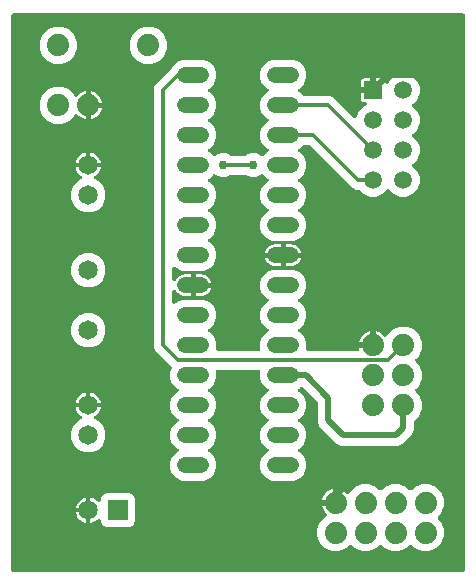
<source format=gbr>
G04 EAGLE Gerber RS-274X export*
G75*
%MOMM*%
%FSLAX34Y34*%
%LPD*%
%INTop Copper*%
%IPPOS*%
%AMOC8*
5,1,8,0,0,1.08239X$1,22.5*%
G01*
%ADD10C,1.651000*%
%ADD11R,1.651000X1.651000*%
%ADD12C,1.879600*%
%ADD13C,1.320800*%
%ADD14R,1.508000X1.508000*%
%ADD15C,1.508000*%
%ADD16C,0.756400*%
%ADD17C,0.508000*%
%ADD18C,0.304800*%

G36*
X711226Y125480D02*
X711226Y125480D01*
X711252Y125478D01*
X711399Y125500D01*
X711546Y125517D01*
X711571Y125525D01*
X711597Y125529D01*
X711735Y125584D01*
X711874Y125634D01*
X711896Y125648D01*
X711921Y125658D01*
X712042Y125743D01*
X712167Y125823D01*
X712185Y125842D01*
X712207Y125857D01*
X712306Y125967D01*
X712409Y126074D01*
X712423Y126096D01*
X712440Y126116D01*
X712512Y126246D01*
X712588Y126373D01*
X712596Y126398D01*
X712609Y126421D01*
X712649Y126564D01*
X712694Y126705D01*
X712696Y126731D01*
X712704Y126756D01*
X712723Y127000D01*
X712723Y596900D01*
X712720Y596926D01*
X712722Y596952D01*
X712700Y597099D01*
X712683Y597246D01*
X712675Y597271D01*
X712671Y597297D01*
X712616Y597435D01*
X712566Y597574D01*
X712552Y597596D01*
X712542Y597621D01*
X712457Y597742D01*
X712377Y597867D01*
X712358Y597885D01*
X712343Y597907D01*
X712233Y598006D01*
X712126Y598109D01*
X712104Y598123D01*
X712084Y598140D01*
X711954Y598212D01*
X711827Y598288D01*
X711802Y598296D01*
X711779Y598309D01*
X711636Y598349D01*
X711495Y598394D01*
X711469Y598396D01*
X711444Y598404D01*
X711200Y598423D01*
X330200Y598423D01*
X330174Y598420D01*
X330148Y598422D01*
X330001Y598400D01*
X329854Y598383D01*
X329829Y598375D01*
X329803Y598371D01*
X329665Y598316D01*
X329526Y598266D01*
X329504Y598252D01*
X329479Y598242D01*
X329358Y598157D01*
X329233Y598077D01*
X329215Y598058D01*
X329193Y598043D01*
X329094Y597933D01*
X328991Y597826D01*
X328977Y597804D01*
X328960Y597784D01*
X328888Y597654D01*
X328812Y597527D01*
X328804Y597502D01*
X328791Y597479D01*
X328751Y597336D01*
X328706Y597195D01*
X328704Y597169D01*
X328696Y597144D01*
X328677Y596900D01*
X328677Y127000D01*
X328680Y126974D01*
X328678Y126948D01*
X328700Y126801D01*
X328717Y126654D01*
X328725Y126629D01*
X328729Y126603D01*
X328784Y126465D01*
X328834Y126326D01*
X328848Y126304D01*
X328858Y126279D01*
X328943Y126158D01*
X329023Y126033D01*
X329042Y126015D01*
X329057Y125993D01*
X329167Y125894D01*
X329274Y125791D01*
X329296Y125777D01*
X329316Y125760D01*
X329446Y125688D01*
X329573Y125612D01*
X329598Y125604D01*
X329621Y125591D01*
X329764Y125551D01*
X329905Y125506D01*
X329931Y125504D01*
X329956Y125496D01*
X330200Y125477D01*
X711200Y125477D01*
X711226Y125480D01*
G37*
%LPC*%
G36*
X473419Y202945D02*
X473419Y202945D01*
X468658Y204918D01*
X465014Y208562D01*
X463041Y213323D01*
X463041Y218477D01*
X465014Y223238D01*
X468658Y226882D01*
X469407Y227193D01*
X469494Y227242D01*
X469587Y227282D01*
X469646Y227326D01*
X469711Y227362D01*
X469786Y227430D01*
X469866Y227489D01*
X469914Y227546D01*
X469969Y227596D01*
X470026Y227679D01*
X470091Y227755D01*
X470125Y227822D01*
X470168Y227883D01*
X470204Y227976D01*
X470250Y228066D01*
X470268Y228138D01*
X470295Y228207D01*
X470310Y228307D01*
X470334Y228404D01*
X470335Y228478D01*
X470346Y228552D01*
X470338Y228652D01*
X470339Y228752D01*
X470323Y228825D01*
X470317Y228899D01*
X470286Y228995D01*
X470265Y229093D01*
X470233Y229160D01*
X470210Y229231D01*
X470158Y229317D01*
X470115Y229408D01*
X470069Y229466D01*
X470031Y229529D01*
X469960Y229602D01*
X469898Y229680D01*
X469840Y229726D01*
X469788Y229779D01*
X469703Y229834D01*
X469624Y229896D01*
X469535Y229942D01*
X469494Y229968D01*
X469461Y229980D01*
X469407Y230007D01*
X468658Y230318D01*
X465014Y233962D01*
X463041Y238723D01*
X463041Y243877D01*
X465014Y248638D01*
X468658Y252282D01*
X469407Y252593D01*
X469494Y252642D01*
X469587Y252682D01*
X469646Y252726D01*
X469711Y252762D01*
X469786Y252830D01*
X469866Y252889D01*
X469914Y252946D01*
X469969Y252996D01*
X470026Y253079D01*
X470091Y253155D01*
X470125Y253222D01*
X470168Y253283D01*
X470204Y253376D01*
X470250Y253466D01*
X470268Y253538D01*
X470295Y253607D01*
X470310Y253707D01*
X470334Y253804D01*
X470335Y253878D01*
X470346Y253952D01*
X470338Y254052D01*
X470339Y254152D01*
X470323Y254225D01*
X470317Y254299D01*
X470286Y254395D01*
X470265Y254493D01*
X470233Y254560D01*
X470210Y254631D01*
X470158Y254717D01*
X470115Y254808D01*
X470069Y254866D01*
X470031Y254929D01*
X469960Y255002D01*
X469898Y255080D01*
X469840Y255126D01*
X469788Y255179D01*
X469703Y255234D01*
X469624Y255296D01*
X469535Y255342D01*
X469494Y255368D01*
X469461Y255380D01*
X469407Y255407D01*
X468658Y255718D01*
X465014Y259362D01*
X463041Y264123D01*
X463041Y269277D01*
X465014Y274038D01*
X468658Y277682D01*
X469407Y277993D01*
X469494Y278042D01*
X469587Y278082D01*
X469646Y278126D01*
X469711Y278162D01*
X469786Y278230D01*
X469866Y278289D01*
X469914Y278346D01*
X469969Y278396D01*
X470026Y278479D01*
X470091Y278555D01*
X470125Y278622D01*
X470168Y278683D01*
X470204Y278776D01*
X470250Y278866D01*
X470268Y278938D01*
X470295Y279007D01*
X470310Y279107D01*
X470334Y279204D01*
X470335Y279278D01*
X470346Y279352D01*
X470338Y279452D01*
X470339Y279552D01*
X470323Y279625D01*
X470317Y279699D01*
X470286Y279795D01*
X470265Y279893D01*
X470233Y279960D01*
X470210Y280031D01*
X470158Y280117D01*
X470115Y280208D01*
X470069Y280266D01*
X470031Y280329D01*
X469960Y280402D01*
X469898Y280480D01*
X469840Y280526D01*
X469788Y280579D01*
X469703Y280634D01*
X469624Y280696D01*
X469535Y280742D01*
X469494Y280768D01*
X469461Y280780D01*
X469407Y280807D01*
X468658Y281118D01*
X465014Y284762D01*
X463041Y289523D01*
X463041Y294677D01*
X464364Y297870D01*
X464385Y297943D01*
X464415Y298013D01*
X464432Y298110D01*
X464459Y298205D01*
X464463Y298281D01*
X464477Y298356D01*
X464472Y298455D01*
X464476Y298553D01*
X464463Y298628D01*
X464459Y298705D01*
X464432Y298799D01*
X464414Y298896D01*
X464383Y298966D01*
X464362Y299039D01*
X464314Y299125D01*
X464275Y299215D01*
X464229Y299277D01*
X464192Y299344D01*
X464095Y299457D01*
X464067Y299495D01*
X464053Y299508D01*
X464034Y299530D01*
X450524Y313039D01*
X449325Y315934D01*
X449325Y534966D01*
X450524Y537861D01*
X452954Y540290D01*
X464030Y551366D01*
X464031Y551368D01*
X464033Y551369D01*
X464140Y551506D01*
X464246Y551639D01*
X464247Y551641D01*
X464249Y551643D01*
X464360Y551861D01*
X465014Y553438D01*
X468658Y557082D01*
X473419Y559055D01*
X491781Y559055D01*
X496542Y557082D01*
X500186Y553438D01*
X502159Y548677D01*
X502159Y543523D01*
X500186Y538762D01*
X496542Y535118D01*
X495793Y534807D01*
X495706Y534759D01*
X495613Y534719D01*
X495554Y534674D01*
X495489Y534638D01*
X495414Y534571D01*
X495334Y534511D01*
X495286Y534454D01*
X495231Y534404D01*
X495174Y534321D01*
X495109Y534245D01*
X495075Y534178D01*
X495032Y534117D01*
X494996Y534024D01*
X494950Y533934D01*
X494932Y533862D01*
X494905Y533793D01*
X494890Y533693D01*
X494866Y533596D01*
X494865Y533522D01*
X494854Y533448D01*
X494862Y533348D01*
X494861Y533248D01*
X494877Y533175D01*
X494883Y533101D01*
X494914Y533005D01*
X494935Y532907D01*
X494967Y532840D01*
X494990Y532769D01*
X495042Y532683D01*
X495085Y532592D01*
X495131Y532534D01*
X495169Y532471D01*
X495239Y532399D01*
X495302Y532320D01*
X495360Y532274D01*
X495412Y532221D01*
X495497Y532166D01*
X495576Y532104D01*
X495665Y532058D01*
X495706Y532032D01*
X495739Y532020D01*
X495793Y531993D01*
X496542Y531682D01*
X500186Y528038D01*
X502159Y523277D01*
X502159Y518123D01*
X500186Y513362D01*
X496542Y509718D01*
X495793Y509407D01*
X495706Y509359D01*
X495613Y509319D01*
X495554Y509274D01*
X495489Y509238D01*
X495414Y509171D01*
X495334Y509111D01*
X495286Y509054D01*
X495231Y509004D01*
X495174Y508921D01*
X495109Y508845D01*
X495075Y508778D01*
X495032Y508717D01*
X494996Y508624D01*
X494950Y508534D01*
X494932Y508462D01*
X494905Y508393D01*
X494890Y508293D01*
X494866Y508196D01*
X494865Y508122D01*
X494854Y508048D01*
X494862Y507948D01*
X494861Y507848D01*
X494877Y507775D01*
X494883Y507701D01*
X494914Y507605D01*
X494935Y507507D01*
X494967Y507440D01*
X494990Y507369D01*
X495042Y507283D01*
X495085Y507192D01*
X495131Y507134D01*
X495169Y507071D01*
X495239Y506999D01*
X495302Y506920D01*
X495360Y506874D01*
X495412Y506821D01*
X495497Y506766D01*
X495576Y506704D01*
X495665Y506658D01*
X495706Y506632D01*
X495739Y506620D01*
X495793Y506593D01*
X496542Y506282D01*
X500186Y502638D01*
X502159Y497877D01*
X502159Y492723D01*
X500186Y487962D01*
X496542Y484318D01*
X495793Y484007D01*
X495706Y483959D01*
X495613Y483919D01*
X495554Y483874D01*
X495489Y483838D01*
X495414Y483771D01*
X495334Y483711D01*
X495286Y483654D01*
X495231Y483604D01*
X495174Y483521D01*
X495109Y483445D01*
X495075Y483378D01*
X495032Y483317D01*
X494996Y483224D01*
X494950Y483134D01*
X494932Y483062D01*
X494905Y482993D01*
X494890Y482893D01*
X494866Y482796D01*
X494865Y482722D01*
X494854Y482648D01*
X494862Y482548D01*
X494861Y482448D01*
X494877Y482375D01*
X494883Y482301D01*
X494914Y482205D01*
X494935Y482107D01*
X494967Y482040D01*
X494990Y481969D01*
X495042Y481883D01*
X495085Y481792D01*
X495131Y481734D01*
X495169Y481671D01*
X495239Y481599D01*
X495302Y481520D01*
X495360Y481474D01*
X495412Y481421D01*
X495497Y481366D01*
X495576Y481304D01*
X495665Y481258D01*
X495706Y481232D01*
X495739Y481220D01*
X495793Y481193D01*
X496542Y480882D01*
X499520Y477904D01*
X499541Y477888D01*
X499558Y477868D01*
X499677Y477780D01*
X499793Y477688D01*
X499817Y477677D01*
X499838Y477661D01*
X499975Y477602D01*
X500108Y477539D01*
X500134Y477533D01*
X500158Y477523D01*
X500305Y477497D01*
X500449Y477466D01*
X500475Y477466D01*
X500501Y477461D01*
X500650Y477469D01*
X500798Y477471D01*
X500823Y477478D01*
X500849Y477479D01*
X500992Y477520D01*
X501136Y477556D01*
X501159Y477569D01*
X501184Y477576D01*
X501313Y477648D01*
X501445Y477716D01*
X501465Y477733D01*
X501488Y477746D01*
X501675Y477904D01*
X502260Y478490D01*
X505984Y480033D01*
X510016Y480033D01*
X513740Y478490D01*
X514009Y478221D01*
X514108Y478142D01*
X514202Y478058D01*
X514244Y478034D01*
X514282Y478004D01*
X514396Y477950D01*
X514507Y477889D01*
X514553Y477876D01*
X514597Y477855D01*
X514720Y477829D01*
X514842Y477794D01*
X514903Y477789D01*
X514938Y477782D01*
X514986Y477783D01*
X515086Y477775D01*
X526314Y477775D01*
X526440Y477789D01*
X526566Y477796D01*
X526612Y477809D01*
X526660Y477815D01*
X526779Y477857D01*
X526901Y477892D01*
X526943Y477916D01*
X526988Y477932D01*
X527094Y478001D01*
X527205Y478062D01*
X527251Y478102D01*
X527281Y478121D01*
X527315Y478156D01*
X527391Y478221D01*
X527660Y478490D01*
X531384Y480033D01*
X535416Y480033D01*
X539140Y478490D01*
X539725Y477904D01*
X539746Y477888D01*
X539763Y477868D01*
X539882Y477780D01*
X539998Y477688D01*
X540022Y477677D01*
X540043Y477661D01*
X540179Y477602D01*
X540314Y477539D01*
X540339Y477533D01*
X540363Y477523D01*
X540510Y477497D01*
X540654Y477466D01*
X540680Y477466D01*
X540706Y477461D01*
X540855Y477469D01*
X541003Y477471D01*
X541028Y477478D01*
X541054Y477479D01*
X541197Y477520D01*
X541341Y477556D01*
X541364Y477568D01*
X541389Y477576D01*
X541519Y477648D01*
X541651Y477716D01*
X541671Y477733D01*
X541693Y477746D01*
X541880Y477904D01*
X544858Y480882D01*
X545607Y481193D01*
X545694Y481241D01*
X545787Y481281D01*
X545846Y481326D01*
X545911Y481362D01*
X545986Y481429D01*
X546066Y481489D01*
X546114Y481546D01*
X546169Y481596D01*
X546226Y481679D01*
X546291Y481755D01*
X546325Y481822D01*
X546368Y481883D01*
X546404Y481976D01*
X546450Y482066D01*
X546468Y482138D01*
X546495Y482207D01*
X546510Y482307D01*
X546534Y482404D01*
X546535Y482478D01*
X546546Y482552D01*
X546538Y482652D01*
X546539Y482752D01*
X546523Y482825D01*
X546517Y482899D01*
X546486Y482995D01*
X546465Y483093D01*
X546433Y483160D01*
X546410Y483231D01*
X546358Y483317D01*
X546315Y483408D01*
X546269Y483466D01*
X546231Y483529D01*
X546161Y483601D01*
X546098Y483680D01*
X546040Y483726D01*
X545988Y483779D01*
X545903Y483834D01*
X545824Y483896D01*
X545735Y483942D01*
X545694Y483968D01*
X545661Y483980D01*
X545607Y484007D01*
X544858Y484318D01*
X541214Y487962D01*
X539241Y492723D01*
X539241Y497877D01*
X541214Y502638D01*
X544858Y506282D01*
X545607Y506593D01*
X545694Y506641D01*
X545787Y506681D01*
X545846Y506726D01*
X545911Y506762D01*
X545986Y506829D01*
X546066Y506889D01*
X546114Y506946D01*
X546169Y506996D01*
X546226Y507079D01*
X546291Y507155D01*
X546325Y507222D01*
X546368Y507283D01*
X546404Y507376D01*
X546450Y507466D01*
X546468Y507538D01*
X546495Y507607D01*
X546510Y507707D01*
X546534Y507804D01*
X546535Y507878D01*
X546546Y507952D01*
X546538Y508052D01*
X546539Y508152D01*
X546523Y508225D01*
X546517Y508299D01*
X546486Y508395D01*
X546465Y508493D01*
X546433Y508560D01*
X546410Y508631D01*
X546358Y508717D01*
X546315Y508808D01*
X546269Y508866D01*
X546231Y508929D01*
X546161Y509001D01*
X546098Y509080D01*
X546040Y509126D01*
X545988Y509179D01*
X545903Y509234D01*
X545824Y509296D01*
X545735Y509342D01*
X545694Y509368D01*
X545661Y509380D01*
X545607Y509407D01*
X544858Y509718D01*
X541214Y513362D01*
X539241Y518123D01*
X539241Y523277D01*
X541214Y528038D01*
X544858Y531682D01*
X545607Y531993D01*
X545694Y532041D01*
X545787Y532081D01*
X545846Y532126D01*
X545911Y532162D01*
X545986Y532229D01*
X546066Y532289D01*
X546114Y532346D01*
X546169Y532396D01*
X546226Y532479D01*
X546291Y532555D01*
X546325Y532622D01*
X546368Y532683D01*
X546404Y532776D01*
X546450Y532866D01*
X546468Y532938D01*
X546495Y533007D01*
X546510Y533107D01*
X546534Y533204D01*
X546535Y533278D01*
X546546Y533352D01*
X546538Y533452D01*
X546539Y533552D01*
X546523Y533625D01*
X546517Y533699D01*
X546486Y533795D01*
X546465Y533893D01*
X546433Y533960D01*
X546410Y534031D01*
X546358Y534117D01*
X546315Y534208D01*
X546269Y534266D01*
X546231Y534329D01*
X546161Y534401D01*
X546098Y534480D01*
X546040Y534526D01*
X545988Y534579D01*
X545903Y534634D01*
X545824Y534696D01*
X545735Y534742D01*
X545694Y534768D01*
X545661Y534780D01*
X545607Y534807D01*
X544858Y535118D01*
X541214Y538762D01*
X539241Y543523D01*
X539241Y548677D01*
X541214Y553438D01*
X544858Y557082D01*
X549619Y559055D01*
X567981Y559055D01*
X572742Y557082D01*
X576386Y553438D01*
X578359Y548677D01*
X578359Y543523D01*
X576386Y538762D01*
X572742Y535118D01*
X571993Y534807D01*
X571906Y534758D01*
X571813Y534718D01*
X571754Y534674D01*
X571689Y534638D01*
X571614Y534570D01*
X571534Y534511D01*
X571486Y534454D01*
X571431Y534404D01*
X571374Y534321D01*
X571309Y534245D01*
X571275Y534178D01*
X571232Y534117D01*
X571196Y534024D01*
X571150Y533934D01*
X571132Y533862D01*
X571105Y533793D01*
X571090Y533693D01*
X571066Y533596D01*
X571065Y533522D01*
X571054Y533448D01*
X571062Y533348D01*
X571061Y533248D01*
X571077Y533175D01*
X571083Y533101D01*
X571114Y533005D01*
X571135Y532907D01*
X571167Y532840D01*
X571190Y532769D01*
X571242Y532683D01*
X571285Y532592D01*
X571331Y532534D01*
X571369Y532471D01*
X571440Y532398D01*
X571502Y532320D01*
X571560Y532274D01*
X571612Y532221D01*
X571697Y532166D01*
X571776Y532104D01*
X571865Y532058D01*
X571906Y532032D01*
X571939Y532020D01*
X571993Y531993D01*
X572742Y531682D01*
X575404Y529021D01*
X575503Y528942D01*
X575597Y528858D01*
X575639Y528834D01*
X575677Y528804D01*
X575791Y528750D01*
X575902Y528689D01*
X575948Y528676D01*
X575992Y528655D01*
X576115Y528629D01*
X576237Y528594D01*
X576298Y528589D01*
X576333Y528582D01*
X576381Y528583D01*
X576481Y528575D01*
X598466Y528575D01*
X601361Y527376D01*
X618579Y510158D01*
X618697Y510064D01*
X618811Y509967D01*
X618833Y509956D01*
X618852Y509941D01*
X618988Y509877D01*
X619122Y509808D01*
X619145Y509803D01*
X619167Y509792D01*
X619314Y509761D01*
X619460Y509724D01*
X619484Y509724D01*
X619508Y509719D01*
X619657Y509721D01*
X619808Y509719D01*
X619832Y509724D01*
X619856Y509725D01*
X620002Y509761D01*
X620149Y509794D01*
X620171Y509804D01*
X620194Y509810D01*
X620328Y509879D01*
X620463Y509943D01*
X620482Y509958D01*
X620504Y509969D01*
X620619Y510067D01*
X620736Y510161D01*
X620751Y510180D01*
X620769Y510195D01*
X620859Y510316D01*
X620952Y510434D01*
X620965Y510460D01*
X620976Y510476D01*
X620995Y510519D01*
X621063Y510652D01*
X623224Y515869D01*
X627131Y519776D01*
X628611Y520389D01*
X628655Y520413D01*
X628702Y520430D01*
X628807Y520498D01*
X628915Y520558D01*
X628953Y520592D01*
X628995Y520619D01*
X629081Y520709D01*
X629174Y520792D01*
X629202Y520834D01*
X629237Y520870D01*
X629301Y520977D01*
X629372Y521079D01*
X629390Y521126D01*
X629416Y521169D01*
X629454Y521287D01*
X629500Y521403D01*
X629507Y521453D01*
X629522Y521501D01*
X629532Y521625D01*
X629550Y521748D01*
X629546Y521798D01*
X629550Y521848D01*
X629532Y521971D01*
X629521Y522095D01*
X629506Y522143D01*
X629499Y522193D01*
X629453Y522309D01*
X629414Y522427D01*
X629388Y522470D01*
X629370Y522517D01*
X629299Y522619D01*
X629235Y522725D01*
X629200Y522762D01*
X629171Y522803D01*
X629079Y522886D01*
X628992Y522975D01*
X628949Y523003D01*
X628912Y523036D01*
X628803Y523096D01*
X628699Y523164D01*
X628651Y523181D01*
X628607Y523205D01*
X628487Y523239D01*
X628370Y523280D01*
X628320Y523286D01*
X628272Y523300D01*
X628028Y523319D01*
X627125Y523319D01*
X626479Y523492D01*
X625900Y523827D01*
X625427Y524300D01*
X625092Y524879D01*
X624919Y525525D01*
X624919Y530901D01*
X634024Y530901D01*
X634050Y530904D01*
X634076Y530902D01*
X634223Y530924D01*
X634370Y530941D01*
X634395Y530949D01*
X634421Y530953D01*
X634558Y531008D01*
X634698Y531058D01*
X634720Y531072D01*
X634745Y531082D01*
X634866Y531167D01*
X634991Y531247D01*
X635009Y531266D01*
X635031Y531281D01*
X635130Y531391D01*
X635233Y531498D01*
X635247Y531520D01*
X635264Y531540D01*
X635336Y531670D01*
X635412Y531797D01*
X635420Y531822D01*
X635433Y531845D01*
X635473Y531988D01*
X635518Y532129D01*
X635520Y532155D01*
X635527Y532180D01*
X635547Y532424D01*
X635547Y532853D01*
X635976Y532853D01*
X636002Y532856D01*
X636028Y532854D01*
X636175Y532876D01*
X636322Y532893D01*
X636347Y532902D01*
X636373Y532906D01*
X636511Y532960D01*
X636650Y533010D01*
X636672Y533025D01*
X636697Y533034D01*
X636818Y533119D01*
X636943Y533199D01*
X636961Y533218D01*
X636983Y533233D01*
X637082Y533343D01*
X637185Y533450D01*
X637199Y533473D01*
X637216Y533492D01*
X637288Y533622D01*
X637364Y533749D01*
X637372Y533774D01*
X637385Y533797D01*
X637425Y533940D01*
X637470Y534081D01*
X637472Y534107D01*
X637480Y534132D01*
X637499Y534376D01*
X637499Y543481D01*
X642875Y543481D01*
X643521Y543308D01*
X644100Y542973D01*
X644573Y542500D01*
X644908Y541921D01*
X645081Y541275D01*
X645081Y540372D01*
X645086Y540322D01*
X645084Y540272D01*
X645106Y540149D01*
X645121Y540026D01*
X645138Y539978D01*
X645147Y539929D01*
X645196Y539815D01*
X645238Y539698D01*
X645265Y539655D01*
X645286Y539609D01*
X645360Y539510D01*
X645427Y539405D01*
X645463Y539370D01*
X645493Y539330D01*
X645588Y539249D01*
X645678Y539163D01*
X645721Y539137D01*
X645759Y539104D01*
X645870Y539048D01*
X645977Y538984D01*
X646025Y538969D01*
X646070Y538946D01*
X646190Y538916D01*
X646309Y538878D01*
X646359Y538874D01*
X646408Y538862D01*
X646532Y538860D01*
X646656Y538850D01*
X646706Y538857D01*
X646756Y538856D01*
X646878Y538883D01*
X647001Y538901D01*
X647048Y538920D01*
X647097Y538931D01*
X647209Y538984D01*
X647325Y539030D01*
X647366Y539059D01*
X647412Y539081D01*
X647509Y539158D01*
X647611Y539229D01*
X647645Y539266D01*
X647684Y539298D01*
X647761Y539396D01*
X647844Y539488D01*
X647869Y539532D01*
X647900Y539571D01*
X648011Y539789D01*
X648624Y541269D01*
X652531Y545176D01*
X657637Y547291D01*
X663163Y547291D01*
X668269Y545176D01*
X672176Y541269D01*
X674291Y536163D01*
X674291Y530637D01*
X672176Y525531D01*
X668422Y521777D01*
X668405Y521757D01*
X668385Y521740D01*
X668297Y521620D01*
X668205Y521504D01*
X668194Y521480D01*
X668178Y521459D01*
X668119Y521323D01*
X668056Y521189D01*
X668051Y521163D01*
X668040Y521139D01*
X668014Y520993D01*
X667983Y520848D01*
X667983Y520822D01*
X667978Y520796D01*
X667986Y520648D01*
X667989Y520500D01*
X667995Y520474D01*
X667996Y520448D01*
X668037Y520306D01*
X668074Y520162D01*
X668086Y520139D01*
X668093Y520113D01*
X668165Y519984D01*
X668233Y519852D01*
X668250Y519832D01*
X668263Y519809D01*
X668422Y519623D01*
X672176Y515869D01*
X674291Y510763D01*
X674291Y505237D01*
X672176Y500131D01*
X668422Y496377D01*
X668405Y496357D01*
X668385Y496340D01*
X668297Y496220D01*
X668205Y496104D01*
X668194Y496080D01*
X668178Y496059D01*
X668119Y495923D01*
X668056Y495789D01*
X668051Y495763D01*
X668040Y495739D01*
X668014Y495593D01*
X667983Y495448D01*
X667983Y495422D01*
X667978Y495396D01*
X667986Y495248D01*
X667989Y495100D01*
X667995Y495074D01*
X667996Y495048D01*
X668037Y494906D01*
X668074Y494762D01*
X668086Y494739D01*
X668093Y494713D01*
X668165Y494584D01*
X668233Y494452D01*
X668250Y494432D01*
X668263Y494409D01*
X668422Y494223D01*
X672176Y490469D01*
X674291Y485363D01*
X674291Y479837D01*
X672176Y474731D01*
X668422Y470977D01*
X668405Y470957D01*
X668385Y470940D01*
X668297Y470820D01*
X668205Y470704D01*
X668194Y470680D01*
X668178Y470659D01*
X668119Y470523D01*
X668056Y470389D01*
X668051Y470363D01*
X668040Y470339D01*
X668014Y470193D01*
X667983Y470048D01*
X667983Y470022D01*
X667978Y469996D01*
X667986Y469848D01*
X667989Y469700D01*
X667995Y469674D01*
X667996Y469648D01*
X668037Y469506D01*
X668074Y469362D01*
X668086Y469339D01*
X668093Y469313D01*
X668165Y469184D01*
X668233Y469052D01*
X668250Y469032D01*
X668263Y469009D01*
X668422Y468823D01*
X672176Y465069D01*
X674291Y459963D01*
X674291Y454437D01*
X672176Y449331D01*
X668269Y445424D01*
X663163Y443309D01*
X657637Y443309D01*
X652531Y445424D01*
X648777Y449178D01*
X648757Y449195D01*
X648740Y449215D01*
X648620Y449303D01*
X648504Y449395D01*
X648480Y449406D01*
X648459Y449422D01*
X648323Y449481D01*
X648189Y449544D01*
X648163Y449549D01*
X648139Y449560D01*
X647993Y449586D01*
X647848Y449617D01*
X647822Y449617D01*
X647796Y449622D01*
X647648Y449614D01*
X647500Y449611D01*
X647474Y449605D01*
X647448Y449604D01*
X647306Y449563D01*
X647162Y449526D01*
X647139Y449514D01*
X647113Y449507D01*
X646984Y449435D01*
X646852Y449367D01*
X646832Y449350D01*
X646809Y449337D01*
X646623Y449178D01*
X642869Y445424D01*
X637763Y443309D01*
X632237Y443309D01*
X627131Y445424D01*
X623676Y448879D01*
X623577Y448958D01*
X623484Y449042D01*
X623441Y449066D01*
X623403Y449096D01*
X623289Y449150D01*
X623179Y449211D01*
X623132Y449224D01*
X623088Y449245D01*
X622965Y449271D01*
X622843Y449306D01*
X622782Y449311D01*
X622748Y449318D01*
X622700Y449317D01*
X622599Y449325D01*
X620734Y449325D01*
X617839Y450524D01*
X581384Y486979D01*
X581285Y487058D01*
X581191Y487142D01*
X581149Y487166D01*
X581111Y487196D01*
X580997Y487250D01*
X580886Y487311D01*
X580840Y487324D01*
X580796Y487345D01*
X580673Y487371D01*
X580551Y487406D01*
X580490Y487411D01*
X580455Y487418D01*
X580407Y487417D01*
X580307Y487425D01*
X576481Y487425D01*
X576355Y487411D01*
X576229Y487404D01*
X576183Y487391D01*
X576135Y487385D01*
X576016Y487343D01*
X575894Y487308D01*
X575852Y487284D01*
X575807Y487268D01*
X575700Y487199D01*
X575590Y487138D01*
X575544Y487098D01*
X575514Y487079D01*
X575480Y487044D01*
X575404Y486979D01*
X572742Y484318D01*
X571993Y484007D01*
X571906Y483958D01*
X571813Y483918D01*
X571754Y483874D01*
X571689Y483838D01*
X571614Y483770D01*
X571534Y483711D01*
X571486Y483654D01*
X571431Y483604D01*
X571374Y483521D01*
X571309Y483445D01*
X571275Y483378D01*
X571232Y483317D01*
X571196Y483224D01*
X571150Y483134D01*
X571132Y483062D01*
X571105Y482993D01*
X571090Y482893D01*
X571066Y482796D01*
X571065Y482722D01*
X571054Y482648D01*
X571062Y482548D01*
X571061Y482448D01*
X571077Y482375D01*
X571083Y482301D01*
X571114Y482205D01*
X571135Y482107D01*
X571167Y482040D01*
X571190Y481969D01*
X571242Y481883D01*
X571285Y481792D01*
X571331Y481734D01*
X571369Y481671D01*
X571440Y481598D01*
X571502Y481520D01*
X571560Y481474D01*
X571612Y481421D01*
X571697Y481366D01*
X571776Y481304D01*
X571865Y481258D01*
X571906Y481232D01*
X571939Y481220D01*
X571993Y481193D01*
X572742Y480882D01*
X576386Y477238D01*
X578359Y472477D01*
X578359Y467323D01*
X576386Y462562D01*
X572742Y458918D01*
X571993Y458607D01*
X571906Y458558D01*
X571813Y458518D01*
X571754Y458474D01*
X571689Y458438D01*
X571614Y458370D01*
X571534Y458311D01*
X571486Y458254D01*
X571431Y458204D01*
X571374Y458121D01*
X571309Y458045D01*
X571275Y457978D01*
X571232Y457917D01*
X571196Y457824D01*
X571150Y457734D01*
X571132Y457662D01*
X571105Y457593D01*
X571090Y457493D01*
X571066Y457396D01*
X571065Y457322D01*
X571054Y457248D01*
X571062Y457148D01*
X571061Y457048D01*
X571077Y456975D01*
X571083Y456901D01*
X571114Y456805D01*
X571135Y456707D01*
X571167Y456640D01*
X571190Y456569D01*
X571242Y456483D01*
X571285Y456392D01*
X571331Y456334D01*
X571369Y456271D01*
X571440Y456198D01*
X571502Y456120D01*
X571560Y456074D01*
X571612Y456021D01*
X571697Y455966D01*
X571776Y455904D01*
X571865Y455858D01*
X571906Y455832D01*
X571939Y455820D01*
X571993Y455793D01*
X572742Y455482D01*
X576386Y451838D01*
X578359Y447077D01*
X578359Y441923D01*
X576386Y437162D01*
X572742Y433518D01*
X571993Y433207D01*
X571906Y433158D01*
X571813Y433118D01*
X571754Y433074D01*
X571689Y433038D01*
X571614Y432970D01*
X571534Y432911D01*
X571486Y432854D01*
X571431Y432804D01*
X571374Y432721D01*
X571309Y432645D01*
X571275Y432578D01*
X571232Y432517D01*
X571196Y432424D01*
X571150Y432334D01*
X571132Y432262D01*
X571105Y432193D01*
X571090Y432093D01*
X571066Y431996D01*
X571065Y431922D01*
X571054Y431848D01*
X571062Y431748D01*
X571061Y431648D01*
X571077Y431575D01*
X571083Y431501D01*
X571114Y431405D01*
X571135Y431307D01*
X571167Y431240D01*
X571190Y431169D01*
X571242Y431083D01*
X571285Y430992D01*
X571331Y430934D01*
X571369Y430871D01*
X571440Y430798D01*
X571502Y430720D01*
X571560Y430674D01*
X571612Y430621D01*
X571697Y430566D01*
X571776Y430504D01*
X571865Y430458D01*
X571906Y430432D01*
X571939Y430420D01*
X571993Y430393D01*
X572742Y430082D01*
X576386Y426438D01*
X578359Y421677D01*
X578359Y416523D01*
X576386Y411762D01*
X572742Y408118D01*
X567981Y406145D01*
X549619Y406145D01*
X544858Y408118D01*
X541214Y411762D01*
X539241Y416523D01*
X539241Y421677D01*
X541214Y426438D01*
X544858Y430082D01*
X545607Y430393D01*
X545694Y430441D01*
X545787Y430481D01*
X545846Y430526D01*
X545911Y430562D01*
X545986Y430629D01*
X546066Y430689D01*
X546114Y430746D01*
X546169Y430796D01*
X546226Y430879D01*
X546291Y430955D01*
X546325Y431022D01*
X546368Y431083D01*
X546404Y431176D01*
X546450Y431266D01*
X546468Y431338D01*
X546495Y431407D01*
X546510Y431507D01*
X546534Y431604D01*
X546535Y431678D01*
X546546Y431752D01*
X546538Y431852D01*
X546539Y431952D01*
X546523Y432025D01*
X546517Y432099D01*
X546486Y432195D01*
X546465Y432293D01*
X546433Y432360D01*
X546410Y432431D01*
X546358Y432517D01*
X546315Y432608D01*
X546269Y432666D01*
X546231Y432729D01*
X546161Y432801D01*
X546098Y432880D01*
X546040Y432926D01*
X545988Y432979D01*
X545903Y433034D01*
X545824Y433096D01*
X545735Y433142D01*
X545694Y433168D01*
X545661Y433180D01*
X545607Y433207D01*
X544858Y433518D01*
X541214Y437162D01*
X539241Y441923D01*
X539241Y447077D01*
X541214Y451838D01*
X544858Y455482D01*
X545607Y455793D01*
X545694Y455841D01*
X545787Y455881D01*
X545846Y455926D01*
X545911Y455962D01*
X545986Y456029D01*
X546066Y456089D01*
X546114Y456146D01*
X546169Y456196D01*
X546226Y456279D01*
X546291Y456355D01*
X546325Y456422D01*
X546368Y456483D01*
X546404Y456576D01*
X546450Y456666D01*
X546468Y456738D01*
X546495Y456807D01*
X546510Y456907D01*
X546534Y457004D01*
X546535Y457078D01*
X546546Y457152D01*
X546538Y457252D01*
X546539Y457352D01*
X546523Y457425D01*
X546517Y457499D01*
X546486Y457595D01*
X546465Y457693D01*
X546433Y457760D01*
X546410Y457831D01*
X546358Y457917D01*
X546315Y458008D01*
X546269Y458066D01*
X546231Y458129D01*
X546161Y458201D01*
X546098Y458280D01*
X546040Y458326D01*
X545988Y458379D01*
X545903Y458434D01*
X545824Y458496D01*
X545735Y458542D01*
X545694Y458568D01*
X545661Y458580D01*
X545607Y458607D01*
X544858Y458918D01*
X541880Y461896D01*
X541859Y461912D01*
X541842Y461932D01*
X541723Y462020D01*
X541607Y462112D01*
X541583Y462123D01*
X541562Y462139D01*
X541426Y462198D01*
X541292Y462261D01*
X541266Y462267D01*
X541242Y462277D01*
X541096Y462303D01*
X540951Y462334D01*
X540925Y462334D01*
X540899Y462339D01*
X540750Y462331D01*
X540602Y462329D01*
X540577Y462322D01*
X540551Y462321D01*
X540408Y462280D01*
X540264Y462244D01*
X540241Y462232D01*
X540216Y462224D01*
X540086Y462152D01*
X539955Y462084D01*
X539935Y462067D01*
X539912Y462054D01*
X539725Y461896D01*
X539140Y461310D01*
X535416Y459767D01*
X531384Y459767D01*
X527660Y461310D01*
X527391Y461579D01*
X527292Y461658D01*
X527198Y461742D01*
X527156Y461766D01*
X527118Y461796D01*
X527004Y461850D01*
X526893Y461911D01*
X526847Y461924D01*
X526803Y461945D01*
X526680Y461971D01*
X526558Y462006D01*
X526497Y462011D01*
X526462Y462018D01*
X526414Y462017D01*
X526314Y462025D01*
X515086Y462025D01*
X514960Y462011D01*
X514834Y462004D01*
X514788Y461991D01*
X514740Y461985D01*
X514621Y461943D01*
X514499Y461908D01*
X514457Y461884D01*
X514412Y461868D01*
X514306Y461799D01*
X514195Y461738D01*
X514149Y461698D01*
X514119Y461679D01*
X514085Y461644D01*
X514009Y461579D01*
X513740Y461310D01*
X510016Y459767D01*
X505984Y459767D01*
X502260Y461310D01*
X501675Y461896D01*
X501654Y461912D01*
X501637Y461932D01*
X501518Y462020D01*
X501402Y462112D01*
X501378Y462123D01*
X501357Y462139D01*
X501221Y462198D01*
X501087Y462261D01*
X501061Y462267D01*
X501037Y462277D01*
X500891Y462303D01*
X500746Y462334D01*
X500720Y462334D01*
X500694Y462339D01*
X500545Y462331D01*
X500397Y462329D01*
X500372Y462322D01*
X500346Y462321D01*
X500203Y462280D01*
X500059Y462244D01*
X500036Y462232D01*
X500011Y462224D01*
X499882Y462152D01*
X499750Y462084D01*
X499730Y462067D01*
X499707Y462054D01*
X499520Y461896D01*
X496542Y458918D01*
X495793Y458607D01*
X495706Y458559D01*
X495613Y458519D01*
X495554Y458474D01*
X495489Y458438D01*
X495414Y458371D01*
X495334Y458311D01*
X495286Y458254D01*
X495231Y458204D01*
X495174Y458121D01*
X495109Y458045D01*
X495075Y457978D01*
X495032Y457917D01*
X494996Y457824D01*
X494950Y457734D01*
X494932Y457662D01*
X494905Y457593D01*
X494890Y457493D01*
X494866Y457396D01*
X494865Y457322D01*
X494854Y457248D01*
X494862Y457148D01*
X494861Y457048D01*
X494877Y456975D01*
X494883Y456901D01*
X494914Y456805D01*
X494935Y456707D01*
X494967Y456640D01*
X494990Y456569D01*
X495042Y456483D01*
X495085Y456392D01*
X495131Y456334D01*
X495169Y456271D01*
X495239Y456199D01*
X495302Y456120D01*
X495360Y456074D01*
X495412Y456021D01*
X495497Y455966D01*
X495576Y455904D01*
X495665Y455858D01*
X495706Y455832D01*
X495739Y455820D01*
X495793Y455793D01*
X496542Y455482D01*
X500186Y451838D01*
X502159Y447077D01*
X502159Y441923D01*
X500186Y437162D01*
X496542Y433518D01*
X495793Y433207D01*
X495706Y433159D01*
X495613Y433119D01*
X495554Y433074D01*
X495489Y433038D01*
X495414Y432971D01*
X495334Y432911D01*
X495286Y432854D01*
X495231Y432804D01*
X495174Y432721D01*
X495109Y432645D01*
X495075Y432578D01*
X495032Y432517D01*
X494996Y432424D01*
X494950Y432334D01*
X494932Y432262D01*
X494905Y432193D01*
X494890Y432093D01*
X494866Y431996D01*
X494865Y431922D01*
X494854Y431848D01*
X494862Y431748D01*
X494861Y431648D01*
X494877Y431575D01*
X494883Y431501D01*
X494914Y431405D01*
X494935Y431307D01*
X494967Y431240D01*
X494990Y431169D01*
X495042Y431083D01*
X495085Y430992D01*
X495131Y430934D01*
X495169Y430871D01*
X495239Y430799D01*
X495302Y430720D01*
X495360Y430674D01*
X495412Y430621D01*
X495497Y430566D01*
X495576Y430504D01*
X495665Y430458D01*
X495706Y430432D01*
X495739Y430420D01*
X495793Y430393D01*
X496542Y430082D01*
X500186Y426438D01*
X502159Y421677D01*
X502159Y416523D01*
X500186Y411762D01*
X496542Y408118D01*
X495793Y407807D01*
X495706Y407759D01*
X495613Y407719D01*
X495554Y407674D01*
X495489Y407638D01*
X495414Y407571D01*
X495334Y407511D01*
X495286Y407454D01*
X495231Y407404D01*
X495174Y407321D01*
X495109Y407245D01*
X495075Y407178D01*
X495032Y407117D01*
X494996Y407024D01*
X494950Y406934D01*
X494932Y406862D01*
X494905Y406793D01*
X494890Y406693D01*
X494866Y406596D01*
X494865Y406522D01*
X494854Y406448D01*
X494862Y406348D01*
X494861Y406248D01*
X494877Y406175D01*
X494883Y406101D01*
X494914Y406005D01*
X494935Y405907D01*
X494967Y405840D01*
X494990Y405769D01*
X495042Y405683D01*
X495085Y405592D01*
X495131Y405534D01*
X495169Y405471D01*
X495239Y405399D01*
X495302Y405320D01*
X495360Y405274D01*
X495412Y405221D01*
X495497Y405166D01*
X495576Y405104D01*
X495665Y405058D01*
X495706Y405032D01*
X495739Y405020D01*
X495793Y404993D01*
X496542Y404682D01*
X500186Y401038D01*
X502159Y396277D01*
X502159Y391123D01*
X500186Y386362D01*
X496542Y382718D01*
X491781Y380745D01*
X473419Y380745D01*
X468658Y382717D01*
X467675Y383700D01*
X467596Y383763D01*
X467524Y383832D01*
X467460Y383871D01*
X467402Y383917D01*
X467311Y383960D01*
X467225Y384011D01*
X467154Y384034D01*
X467087Y384066D01*
X466989Y384087D01*
X466893Y384117D01*
X466819Y384123D01*
X466746Y384139D01*
X466646Y384137D01*
X466546Y384145D01*
X466472Y384134D01*
X466398Y384133D01*
X466301Y384109D01*
X466201Y384094D01*
X466132Y384066D01*
X466060Y384048D01*
X465971Y384002D01*
X465877Y383965D01*
X465816Y383923D01*
X465750Y383888D01*
X465674Y383823D01*
X465591Y383766D01*
X465541Y383711D01*
X465485Y383663D01*
X465425Y383582D01*
X465358Y383507D01*
X465322Y383442D01*
X465277Y383382D01*
X465238Y383290D01*
X465189Y383202D01*
X465169Y383131D01*
X465139Y383062D01*
X465122Y382964D01*
X465094Y382867D01*
X465086Y382767D01*
X465078Y382719D01*
X465080Y382684D01*
X465075Y382623D01*
X465075Y373354D01*
X465094Y373190D01*
X465110Y373026D01*
X465114Y373017D01*
X465115Y373007D01*
X465170Y372853D01*
X465224Y372697D01*
X465229Y372688D01*
X465232Y372679D01*
X465321Y372541D01*
X465409Y372401D01*
X465416Y372395D01*
X465421Y372386D01*
X465540Y372272D01*
X465657Y372156D01*
X465665Y372151D01*
X465672Y372144D01*
X465814Y372059D01*
X465953Y371973D01*
X465963Y371970D01*
X465971Y371965D01*
X466128Y371915D01*
X466284Y371863D01*
X466294Y371862D01*
X466303Y371859D01*
X466466Y371846D01*
X466631Y371831D01*
X466641Y371832D01*
X466650Y371831D01*
X466813Y371856D01*
X466976Y371878D01*
X466985Y371881D01*
X466995Y371883D01*
X467149Y371944D01*
X467302Y372003D01*
X467310Y372008D01*
X467319Y372012D01*
X467454Y372106D01*
X467590Y372198D01*
X467597Y372205D01*
X467605Y372211D01*
X467715Y372333D01*
X467827Y372454D01*
X467833Y372463D01*
X467838Y372469D01*
X467853Y372496D01*
X467955Y372662D01*
X468175Y373093D01*
X469021Y374257D01*
X470039Y375275D01*
X471203Y376121D01*
X472486Y376775D01*
X473854Y377220D01*
X475276Y377445D01*
X480569Y377445D01*
X480569Y368808D01*
X480572Y368782D01*
X480570Y368756D01*
X480592Y368609D01*
X480609Y368462D01*
X480617Y368437D01*
X480621Y368411D01*
X480664Y368304D01*
X480643Y368228D01*
X480598Y368087D01*
X480595Y368061D01*
X480588Y368036D01*
X480569Y367792D01*
X480569Y359155D01*
X475276Y359155D01*
X473854Y359380D01*
X472486Y359825D01*
X471203Y360479D01*
X470039Y361325D01*
X469021Y362343D01*
X468175Y363507D01*
X467955Y363938D01*
X467864Y364075D01*
X467775Y364214D01*
X467768Y364220D01*
X467763Y364228D01*
X467643Y364341D01*
X467524Y364456D01*
X467516Y364461D01*
X467509Y364467D01*
X467367Y364550D01*
X467225Y364635D01*
X467216Y364638D01*
X467208Y364642D01*
X467051Y364690D01*
X466893Y364741D01*
X466883Y364742D01*
X466874Y364744D01*
X466711Y364755D01*
X466546Y364769D01*
X466536Y364767D01*
X466527Y364768D01*
X466365Y364742D01*
X466201Y364717D01*
X466192Y364713D01*
X466183Y364712D01*
X466030Y364649D01*
X465877Y364588D01*
X465869Y364583D01*
X465860Y364579D01*
X465726Y364483D01*
X465591Y364389D01*
X465585Y364382D01*
X465577Y364377D01*
X465468Y364252D01*
X465358Y364131D01*
X465353Y364122D01*
X465347Y364115D01*
X465268Y363969D01*
X465189Y363826D01*
X465187Y363816D01*
X465182Y363808D01*
X465139Y363649D01*
X465094Y363490D01*
X465093Y363479D01*
X465091Y363471D01*
X465090Y363441D01*
X465075Y363246D01*
X465075Y353977D01*
X465086Y353877D01*
X465088Y353777D01*
X465106Y353705D01*
X465115Y353631D01*
X465149Y353536D01*
X465173Y353439D01*
X465207Y353373D01*
X465232Y353303D01*
X465287Y353218D01*
X465333Y353129D01*
X465381Y353072D01*
X465421Y353010D01*
X465493Y352940D01*
X465558Y352864D01*
X465618Y352819D01*
X465672Y352768D01*
X465758Y352716D01*
X465839Y352656D01*
X465907Y352627D01*
X465971Y352589D01*
X466067Y352558D01*
X466159Y352518D01*
X466232Y352505D01*
X466303Y352483D01*
X466403Y352475D01*
X466502Y352457D01*
X466576Y352461D01*
X466650Y352455D01*
X466750Y352470D01*
X466850Y352475D01*
X466921Y352495D01*
X466995Y352506D01*
X467088Y352543D01*
X467185Y352571D01*
X467250Y352608D01*
X467319Y352635D01*
X467401Y352692D01*
X467489Y352741D01*
X467565Y352807D01*
X467605Y352834D01*
X467629Y352860D01*
X467675Y352900D01*
X468658Y353883D01*
X473419Y355855D01*
X491781Y355855D01*
X496542Y353882D01*
X500186Y350238D01*
X502159Y345477D01*
X502159Y340323D01*
X500186Y335562D01*
X496542Y331918D01*
X495793Y331607D01*
X495706Y331559D01*
X495613Y331519D01*
X495554Y331474D01*
X495489Y331438D01*
X495414Y331371D01*
X495334Y331311D01*
X495286Y331254D01*
X495231Y331204D01*
X495174Y331121D01*
X495109Y331045D01*
X495075Y330978D01*
X495032Y330917D01*
X494996Y330824D01*
X494950Y330734D01*
X494932Y330662D01*
X494905Y330593D01*
X494890Y330493D01*
X494866Y330396D01*
X494865Y330322D01*
X494854Y330248D01*
X494862Y330148D01*
X494861Y330048D01*
X494877Y329975D01*
X494883Y329901D01*
X494914Y329805D01*
X494935Y329707D01*
X494967Y329640D01*
X494990Y329569D01*
X495042Y329483D01*
X495085Y329392D01*
X495131Y329334D01*
X495169Y329271D01*
X495239Y329199D01*
X495302Y329120D01*
X495360Y329074D01*
X495412Y329021D01*
X495497Y328966D01*
X495576Y328904D01*
X495665Y328858D01*
X495706Y328832D01*
X495739Y328820D01*
X495793Y328793D01*
X496542Y328482D01*
X500186Y324838D01*
X502159Y320077D01*
X502159Y314923D01*
X502100Y314781D01*
X502058Y314636D01*
X502013Y314493D01*
X502011Y314469D01*
X502004Y314446D01*
X501997Y314295D01*
X501985Y314146D01*
X501988Y314122D01*
X501987Y314098D01*
X502014Y313950D01*
X502036Y313801D01*
X502045Y313779D01*
X502050Y313755D01*
X502110Y313617D01*
X502165Y313477D01*
X502179Y313457D01*
X502189Y313435D01*
X502278Y313315D01*
X502364Y313191D01*
X502382Y313175D01*
X502396Y313155D01*
X502512Y313058D01*
X502623Y312958D01*
X502644Y312946D01*
X502662Y312930D01*
X502796Y312862D01*
X502928Y312789D01*
X502951Y312783D01*
X502973Y312772D01*
X503118Y312735D01*
X503263Y312694D01*
X503292Y312692D01*
X503311Y312687D01*
X503358Y312687D01*
X503507Y312675D01*
X537893Y312675D01*
X538042Y312692D01*
X538192Y312704D01*
X538215Y312712D01*
X538239Y312715D01*
X538381Y312765D01*
X538524Y312812D01*
X538544Y312824D01*
X538567Y312832D01*
X538694Y312914D01*
X538822Y312991D01*
X538840Y313008D01*
X538860Y313021D01*
X538964Y313129D01*
X539072Y313234D01*
X539085Y313254D01*
X539102Y313272D01*
X539179Y313401D01*
X539261Y313527D01*
X539269Y313550D01*
X539281Y313571D01*
X539327Y313714D01*
X539377Y313856D01*
X539380Y313880D01*
X539387Y313903D01*
X539399Y314052D01*
X539416Y314202D01*
X539413Y314226D01*
X539415Y314250D01*
X539393Y314399D01*
X539375Y314548D01*
X539366Y314576D01*
X539364Y314595D01*
X539346Y314639D01*
X539300Y314781D01*
X539241Y314923D01*
X539241Y320077D01*
X541214Y324838D01*
X544858Y328482D01*
X545607Y328793D01*
X545694Y328841D01*
X545787Y328881D01*
X545846Y328926D01*
X545911Y328962D01*
X545986Y329029D01*
X546066Y329089D01*
X546114Y329146D01*
X546169Y329196D01*
X546226Y329279D01*
X546291Y329355D01*
X546325Y329422D01*
X546368Y329483D01*
X546404Y329576D01*
X546450Y329666D01*
X546468Y329738D01*
X546495Y329807D01*
X546510Y329907D01*
X546534Y330004D01*
X546535Y330078D01*
X546546Y330152D01*
X546538Y330252D01*
X546539Y330352D01*
X546523Y330425D01*
X546517Y330499D01*
X546486Y330595D01*
X546465Y330693D01*
X546433Y330760D01*
X546410Y330831D01*
X546358Y330917D01*
X546315Y331008D01*
X546269Y331066D01*
X546231Y331129D01*
X546161Y331201D01*
X546098Y331280D01*
X546040Y331326D01*
X545988Y331379D01*
X545903Y331434D01*
X545824Y331496D01*
X545735Y331542D01*
X545694Y331568D01*
X545661Y331580D01*
X545607Y331607D01*
X544858Y331918D01*
X541214Y335562D01*
X539241Y340323D01*
X539241Y345477D01*
X541214Y350238D01*
X544858Y353882D01*
X545607Y354193D01*
X545694Y354241D01*
X545787Y354281D01*
X545846Y354326D01*
X545911Y354362D01*
X545986Y354429D01*
X546066Y354489D01*
X546114Y354546D01*
X546169Y354596D01*
X546226Y354679D01*
X546291Y354755D01*
X546325Y354822D01*
X546368Y354883D01*
X546404Y354976D01*
X546450Y355066D01*
X546468Y355138D01*
X546495Y355207D01*
X546510Y355307D01*
X546534Y355404D01*
X546535Y355478D01*
X546546Y355552D01*
X546538Y355652D01*
X546539Y355752D01*
X546523Y355825D01*
X546517Y355899D01*
X546486Y355995D01*
X546465Y356093D01*
X546433Y356160D01*
X546410Y356231D01*
X546358Y356317D01*
X546315Y356408D01*
X546269Y356466D01*
X546231Y356529D01*
X546161Y356601D01*
X546098Y356680D01*
X546040Y356726D01*
X545988Y356779D01*
X545903Y356834D01*
X545824Y356896D01*
X545735Y356942D01*
X545694Y356968D01*
X545661Y356980D01*
X545607Y357007D01*
X544858Y357318D01*
X541214Y360962D01*
X539241Y365723D01*
X539241Y370877D01*
X541214Y375638D01*
X544858Y379282D01*
X549619Y381255D01*
X567981Y381255D01*
X572742Y379282D01*
X576386Y375638D01*
X578359Y370877D01*
X578359Y365723D01*
X576386Y360962D01*
X572742Y357318D01*
X571993Y357007D01*
X571906Y356958D01*
X571813Y356918D01*
X571754Y356874D01*
X571689Y356838D01*
X571614Y356770D01*
X571534Y356711D01*
X571486Y356654D01*
X571431Y356604D01*
X571374Y356521D01*
X571309Y356445D01*
X571275Y356378D01*
X571232Y356317D01*
X571196Y356224D01*
X571150Y356134D01*
X571132Y356062D01*
X571105Y355993D01*
X571090Y355893D01*
X571066Y355796D01*
X571065Y355722D01*
X571054Y355648D01*
X571062Y355548D01*
X571061Y355448D01*
X571077Y355375D01*
X571083Y355301D01*
X571114Y355205D01*
X571135Y355107D01*
X571167Y355040D01*
X571190Y354969D01*
X571242Y354883D01*
X571285Y354792D01*
X571331Y354734D01*
X571369Y354671D01*
X571440Y354598D01*
X571502Y354520D01*
X571560Y354474D01*
X571612Y354421D01*
X571697Y354366D01*
X571776Y354304D01*
X571865Y354258D01*
X571906Y354232D01*
X571939Y354220D01*
X571993Y354193D01*
X572742Y353882D01*
X576386Y350238D01*
X578359Y345477D01*
X578359Y340323D01*
X576386Y335562D01*
X572742Y331918D01*
X571993Y331607D01*
X571906Y331558D01*
X571813Y331518D01*
X571754Y331474D01*
X571689Y331438D01*
X571614Y331370D01*
X571534Y331311D01*
X571486Y331254D01*
X571431Y331204D01*
X571374Y331121D01*
X571309Y331045D01*
X571275Y330978D01*
X571232Y330917D01*
X571196Y330824D01*
X571150Y330734D01*
X571132Y330662D01*
X571105Y330593D01*
X571090Y330493D01*
X571066Y330396D01*
X571065Y330322D01*
X571054Y330248D01*
X571062Y330148D01*
X571061Y330048D01*
X571077Y329975D01*
X571083Y329901D01*
X571114Y329805D01*
X571135Y329707D01*
X571167Y329640D01*
X571190Y329569D01*
X571242Y329483D01*
X571285Y329392D01*
X571331Y329334D01*
X571369Y329271D01*
X571440Y329198D01*
X571502Y329120D01*
X571560Y329074D01*
X571612Y329021D01*
X571697Y328966D01*
X571776Y328904D01*
X571865Y328858D01*
X571906Y328832D01*
X571939Y328820D01*
X571993Y328793D01*
X572742Y328482D01*
X576386Y324838D01*
X578359Y320077D01*
X578359Y314923D01*
X578300Y314781D01*
X578258Y314636D01*
X578213Y314493D01*
X578211Y314469D01*
X578204Y314446D01*
X578197Y314295D01*
X578185Y314146D01*
X578188Y314122D01*
X578187Y314098D01*
X578214Y313950D01*
X578236Y313801D01*
X578245Y313779D01*
X578250Y313755D01*
X578310Y313617D01*
X578365Y313477D01*
X578379Y313457D01*
X578389Y313435D01*
X578478Y313315D01*
X578564Y313191D01*
X578582Y313175D01*
X578596Y313155D01*
X578712Y313058D01*
X578823Y312958D01*
X578844Y312946D01*
X578862Y312930D01*
X578996Y312862D01*
X579128Y312789D01*
X579151Y312783D01*
X579173Y312772D01*
X579318Y312735D01*
X579463Y312694D01*
X579492Y312692D01*
X579511Y312687D01*
X579558Y312687D01*
X579707Y312675D01*
X621918Y312675D01*
X622008Y312685D01*
X622099Y312686D01*
X622181Y312705D01*
X622264Y312715D01*
X622350Y312745D01*
X622438Y312766D01*
X622513Y312804D01*
X622592Y312832D01*
X622669Y312881D01*
X622750Y312922D01*
X622815Y312976D01*
X622885Y313021D01*
X622948Y313087D01*
X623018Y313144D01*
X623069Y313211D01*
X623127Y313272D01*
X623174Y313350D01*
X623229Y313422D01*
X623263Y313499D01*
X623306Y313571D01*
X623334Y313657D01*
X623371Y313740D01*
X623387Y313823D01*
X623412Y313903D01*
X623420Y313993D01*
X623437Y314083D01*
X623434Y314167D01*
X623440Y314250D01*
X623427Y314340D01*
X623423Y314431D01*
X623396Y314545D01*
X623389Y314595D01*
X623378Y314622D01*
X623367Y314669D01*
X623355Y314704D01*
X623315Y314961D01*
X633984Y314961D01*
X634010Y314964D01*
X634036Y314962D01*
X634183Y314984D01*
X634330Y315001D01*
X634355Y315009D01*
X634381Y315013D01*
X634518Y315068D01*
X634658Y315118D01*
X634680Y315132D01*
X634705Y315142D01*
X634826Y315227D01*
X634951Y315307D01*
X634969Y315326D01*
X634991Y315341D01*
X635090Y315451D01*
X635193Y315558D01*
X635207Y315580D01*
X635224Y315600D01*
X635296Y315730D01*
X635372Y315857D01*
X635380Y315882D01*
X635393Y315905D01*
X635433Y316048D01*
X635478Y316189D01*
X635480Y316215D01*
X635487Y316240D01*
X635507Y316484D01*
X635507Y316993D01*
X636016Y316993D01*
X636042Y316996D01*
X636068Y316994D01*
X636215Y317016D01*
X636362Y317033D01*
X636387Y317042D01*
X636413Y317046D01*
X636551Y317100D01*
X636690Y317150D01*
X636712Y317165D01*
X636737Y317174D01*
X636858Y317259D01*
X636983Y317339D01*
X637001Y317358D01*
X637023Y317373D01*
X637122Y317483D01*
X637225Y317590D01*
X637239Y317613D01*
X637256Y317632D01*
X637328Y317762D01*
X637404Y317889D01*
X637412Y317914D01*
X637425Y317937D01*
X637465Y318080D01*
X637510Y318221D01*
X637512Y318247D01*
X637520Y318272D01*
X637539Y318516D01*
X637539Y329185D01*
X637796Y329145D01*
X639583Y328564D01*
X641257Y327711D01*
X642778Y326606D01*
X644157Y325227D01*
X644202Y325167D01*
X644262Y325115D01*
X644316Y325057D01*
X644395Y325003D01*
X644468Y324941D01*
X644538Y324905D01*
X644604Y324861D01*
X644693Y324826D01*
X644778Y324783D01*
X644855Y324764D01*
X644929Y324735D01*
X645023Y324722D01*
X645116Y324699D01*
X645195Y324697D01*
X645274Y324686D01*
X645369Y324695D01*
X645465Y324693D01*
X645542Y324710D01*
X645621Y324717D01*
X645712Y324747D01*
X645805Y324768D01*
X645877Y324802D01*
X645952Y324827D01*
X646033Y324876D01*
X646120Y324918D01*
X646182Y324967D01*
X646249Y325008D01*
X646317Y325075D01*
X646392Y325135D01*
X646442Y325197D01*
X646498Y325253D01*
X646549Y325333D01*
X646608Y325408D01*
X646658Y325505D01*
X646684Y325547D01*
X646695Y325578D01*
X646720Y325626D01*
X647049Y326421D01*
X651479Y330851D01*
X657267Y333249D01*
X663533Y333249D01*
X669321Y330851D01*
X673751Y326421D01*
X676149Y320633D01*
X676149Y314367D01*
X673751Y308579D01*
X671049Y305877D01*
X671033Y305857D01*
X671013Y305840D01*
X670925Y305720D01*
X670833Y305604D01*
X670821Y305580D01*
X670806Y305559D01*
X670747Y305423D01*
X670684Y305289D01*
X670678Y305263D01*
X670668Y305239D01*
X670641Y305093D01*
X670610Y304948D01*
X670611Y304922D01*
X670606Y304896D01*
X670614Y304748D01*
X670616Y304600D01*
X670623Y304574D01*
X670624Y304548D01*
X670665Y304406D01*
X670701Y304262D01*
X670713Y304239D01*
X670721Y304213D01*
X670793Y304084D01*
X670861Y303952D01*
X670878Y303932D01*
X670891Y303909D01*
X671049Y303723D01*
X673751Y301021D01*
X676149Y295233D01*
X676149Y288967D01*
X673751Y283179D01*
X671049Y280477D01*
X671033Y280457D01*
X671013Y280440D01*
X670925Y280320D01*
X670833Y280204D01*
X670821Y280180D01*
X670806Y280159D01*
X670747Y280023D01*
X670684Y279889D01*
X670678Y279863D01*
X670668Y279839D01*
X670641Y279693D01*
X670610Y279548D01*
X670611Y279522D01*
X670606Y279496D01*
X670614Y279348D01*
X670616Y279200D01*
X670623Y279174D01*
X670624Y279148D01*
X670665Y279006D01*
X670701Y278862D01*
X670713Y278839D01*
X670721Y278813D01*
X670793Y278684D01*
X670861Y278552D01*
X670878Y278532D01*
X670891Y278509D01*
X671049Y278323D01*
X673751Y275621D01*
X676149Y269833D01*
X676149Y263567D01*
X673751Y257779D01*
X669737Y253765D01*
X669658Y253666D01*
X669574Y253572D01*
X669550Y253530D01*
X669520Y253492D01*
X669466Y253378D01*
X669405Y253267D01*
X669392Y253220D01*
X669371Y253177D01*
X669345Y253053D01*
X669310Y252931D01*
X669305Y252871D01*
X669298Y252836D01*
X669299Y252788D01*
X669291Y252688D01*
X669291Y245882D01*
X667937Y242614D01*
X661801Y236478D01*
X659086Y233763D01*
X655818Y232409D01*
X607832Y232409D01*
X604564Y233763D01*
X601849Y236478D01*
X592078Y246249D01*
X589363Y248964D01*
X588009Y252232D01*
X588009Y268736D01*
X587995Y268862D01*
X587988Y268988D01*
X587975Y269035D01*
X587969Y269083D01*
X587927Y269202D01*
X587892Y269323D01*
X587868Y269365D01*
X587852Y269411D01*
X587783Y269517D01*
X587722Y269627D01*
X587682Y269674D01*
X587663Y269704D01*
X587628Y269737D01*
X587563Y269814D01*
X575578Y281799D01*
X575557Y281815D01*
X575540Y281835D01*
X575421Y281923D01*
X575305Y282015D01*
X575281Y282027D01*
X575260Y282042D01*
X575124Y282101D01*
X574990Y282164D01*
X574964Y282170D01*
X574940Y282180D01*
X574793Y282207D01*
X574649Y282238D01*
X574623Y282237D01*
X574597Y282242D01*
X574448Y282234D01*
X574301Y282232D01*
X574275Y282225D01*
X574249Y282224D01*
X574107Y282183D01*
X573963Y282147D01*
X573939Y282135D01*
X573914Y282127D01*
X573785Y282055D01*
X573653Y281987D01*
X573633Y281970D01*
X573610Y281957D01*
X573424Y281799D01*
X572742Y281117D01*
X571993Y280807D01*
X571906Y280758D01*
X571813Y280718D01*
X571754Y280674D01*
X571689Y280638D01*
X571614Y280570D01*
X571534Y280511D01*
X571486Y280454D01*
X571431Y280404D01*
X571374Y280321D01*
X571309Y280245D01*
X571275Y280178D01*
X571232Y280117D01*
X571196Y280024D01*
X571150Y279934D01*
X571132Y279862D01*
X571105Y279793D01*
X571090Y279693D01*
X571066Y279596D01*
X571065Y279522D01*
X571054Y279448D01*
X571062Y279348D01*
X571061Y279248D01*
X571077Y279175D01*
X571083Y279101D01*
X571114Y279005D01*
X571135Y278907D01*
X571167Y278840D01*
X571190Y278769D01*
X571242Y278683D01*
X571285Y278592D01*
X571331Y278534D01*
X571369Y278471D01*
X571440Y278398D01*
X571502Y278320D01*
X571560Y278274D01*
X571612Y278221D01*
X571697Y278166D01*
X571776Y278104D01*
X571865Y278058D01*
X571906Y278032D01*
X571939Y278020D01*
X571993Y277993D01*
X572742Y277682D01*
X576386Y274038D01*
X578359Y269277D01*
X578359Y264123D01*
X576386Y259362D01*
X572742Y255718D01*
X571993Y255407D01*
X571906Y255358D01*
X571813Y255318D01*
X571754Y255274D01*
X571689Y255238D01*
X571614Y255170D01*
X571534Y255111D01*
X571486Y255054D01*
X571431Y255004D01*
X571374Y254921D01*
X571309Y254845D01*
X571275Y254778D01*
X571232Y254717D01*
X571196Y254624D01*
X571150Y254534D01*
X571132Y254462D01*
X571105Y254393D01*
X571090Y254293D01*
X571066Y254196D01*
X571065Y254122D01*
X571054Y254048D01*
X571062Y253948D01*
X571061Y253848D01*
X571077Y253775D01*
X571083Y253701D01*
X571114Y253605D01*
X571135Y253507D01*
X571167Y253440D01*
X571190Y253369D01*
X571242Y253283D01*
X571285Y253192D01*
X571331Y253134D01*
X571369Y253071D01*
X571440Y252998D01*
X571502Y252920D01*
X571560Y252874D01*
X571612Y252821D01*
X571697Y252766D01*
X571776Y252704D01*
X571865Y252658D01*
X571906Y252632D01*
X571939Y252620D01*
X571993Y252593D01*
X572742Y252282D01*
X576386Y248638D01*
X578359Y243877D01*
X578359Y238723D01*
X576386Y233962D01*
X572742Y230318D01*
X571993Y230007D01*
X571906Y229958D01*
X571813Y229918D01*
X571754Y229874D01*
X571689Y229838D01*
X571614Y229770D01*
X571534Y229711D01*
X571486Y229654D01*
X571431Y229604D01*
X571374Y229521D01*
X571309Y229445D01*
X571275Y229378D01*
X571232Y229317D01*
X571196Y229224D01*
X571150Y229134D01*
X571132Y229062D01*
X571105Y228993D01*
X571090Y228893D01*
X571066Y228796D01*
X571065Y228722D01*
X571054Y228648D01*
X571062Y228548D01*
X571061Y228448D01*
X571077Y228375D01*
X571083Y228301D01*
X571114Y228205D01*
X571135Y228107D01*
X571167Y228040D01*
X571190Y227969D01*
X571242Y227883D01*
X571285Y227792D01*
X571331Y227734D01*
X571369Y227671D01*
X571440Y227598D01*
X571502Y227520D01*
X571560Y227474D01*
X571612Y227421D01*
X571697Y227366D01*
X571776Y227304D01*
X571865Y227258D01*
X571906Y227232D01*
X571939Y227220D01*
X571993Y227193D01*
X572742Y226882D01*
X576386Y223238D01*
X578359Y218477D01*
X578359Y213323D01*
X576386Y208562D01*
X572742Y204918D01*
X567981Y202945D01*
X549619Y202945D01*
X544858Y204918D01*
X541214Y208562D01*
X539241Y213323D01*
X539241Y218477D01*
X541214Y223238D01*
X544858Y226882D01*
X545607Y227193D01*
X545694Y227241D01*
X545787Y227281D01*
X545846Y227326D01*
X545911Y227362D01*
X545986Y227429D01*
X546066Y227489D01*
X546114Y227546D01*
X546169Y227596D01*
X546226Y227679D01*
X546291Y227755D01*
X546325Y227822D01*
X546368Y227883D01*
X546404Y227976D01*
X546450Y228066D01*
X546468Y228138D01*
X546495Y228207D01*
X546510Y228307D01*
X546534Y228404D01*
X546535Y228478D01*
X546546Y228552D01*
X546538Y228652D01*
X546539Y228752D01*
X546523Y228825D01*
X546517Y228899D01*
X546486Y228995D01*
X546465Y229093D01*
X546433Y229160D01*
X546410Y229231D01*
X546358Y229317D01*
X546315Y229408D01*
X546269Y229466D01*
X546231Y229529D01*
X546161Y229601D01*
X546098Y229680D01*
X546040Y229726D01*
X545988Y229779D01*
X545903Y229834D01*
X545824Y229896D01*
X545735Y229942D01*
X545694Y229968D01*
X545661Y229980D01*
X545607Y230007D01*
X544858Y230318D01*
X541214Y233962D01*
X539241Y238723D01*
X539241Y243877D01*
X541214Y248638D01*
X544858Y252282D01*
X545607Y252593D01*
X545694Y252641D01*
X545787Y252681D01*
X545846Y252726D01*
X545911Y252762D01*
X545986Y252829D01*
X546066Y252889D01*
X546114Y252946D01*
X546169Y252996D01*
X546226Y253079D01*
X546291Y253155D01*
X546325Y253222D01*
X546368Y253283D01*
X546404Y253376D01*
X546450Y253466D01*
X546468Y253538D01*
X546495Y253607D01*
X546510Y253707D01*
X546534Y253804D01*
X546535Y253878D01*
X546546Y253952D01*
X546538Y254052D01*
X546539Y254152D01*
X546523Y254225D01*
X546517Y254299D01*
X546486Y254395D01*
X546465Y254493D01*
X546433Y254560D01*
X546410Y254631D01*
X546358Y254717D01*
X546315Y254808D01*
X546269Y254866D01*
X546231Y254929D01*
X546161Y255001D01*
X546098Y255080D01*
X546040Y255126D01*
X545988Y255179D01*
X545903Y255234D01*
X545824Y255296D01*
X545735Y255342D01*
X545694Y255368D01*
X545661Y255380D01*
X545607Y255407D01*
X544858Y255718D01*
X541214Y259362D01*
X539241Y264123D01*
X539241Y269277D01*
X541214Y274038D01*
X544858Y277682D01*
X545607Y277993D01*
X545694Y278041D01*
X545787Y278081D01*
X545846Y278126D01*
X545911Y278162D01*
X545986Y278229D01*
X546066Y278289D01*
X546114Y278346D01*
X546169Y278396D01*
X546226Y278479D01*
X546291Y278555D01*
X546325Y278622D01*
X546368Y278683D01*
X546404Y278776D01*
X546450Y278866D01*
X546468Y278938D01*
X546495Y279007D01*
X546510Y279107D01*
X546534Y279204D01*
X546535Y279278D01*
X546546Y279352D01*
X546538Y279452D01*
X546539Y279552D01*
X546523Y279625D01*
X546517Y279699D01*
X546486Y279795D01*
X546465Y279893D01*
X546433Y279960D01*
X546410Y280031D01*
X546358Y280117D01*
X546315Y280208D01*
X546269Y280266D01*
X546231Y280329D01*
X546161Y280401D01*
X546098Y280480D01*
X546040Y280526D01*
X545988Y280579D01*
X545903Y280634D01*
X545824Y280696D01*
X545735Y280742D01*
X545694Y280768D01*
X545661Y280780D01*
X545607Y280807D01*
X544858Y281118D01*
X541214Y284762D01*
X539241Y289523D01*
X539241Y294677D01*
X539300Y294819D01*
X539342Y294964D01*
X539387Y295107D01*
X539389Y295131D01*
X539396Y295154D01*
X539403Y295305D01*
X539415Y295454D01*
X539412Y295478D01*
X539413Y295502D01*
X539386Y295650D01*
X539364Y295799D01*
X539355Y295821D01*
X539350Y295845D01*
X539290Y295983D01*
X539235Y296123D01*
X539221Y296143D01*
X539211Y296165D01*
X539122Y296285D01*
X539036Y296409D01*
X539018Y296425D01*
X539004Y296445D01*
X538888Y296542D01*
X538777Y296642D01*
X538756Y296654D01*
X538738Y296670D01*
X538604Y296738D01*
X538472Y296811D01*
X538449Y296817D01*
X538427Y296828D01*
X538282Y296865D01*
X538137Y296906D01*
X538108Y296908D01*
X538089Y296913D01*
X538042Y296913D01*
X537893Y296925D01*
X503507Y296925D01*
X503358Y296908D01*
X503208Y296896D01*
X503185Y296888D01*
X503161Y296885D01*
X503019Y296835D01*
X502876Y296788D01*
X502856Y296776D01*
X502833Y296768D01*
X502706Y296686D01*
X502578Y296609D01*
X502560Y296592D01*
X502540Y296579D01*
X502436Y296471D01*
X502328Y296366D01*
X502315Y296346D01*
X502298Y296328D01*
X502221Y296199D01*
X502139Y296073D01*
X502131Y296050D01*
X502119Y296029D01*
X502073Y295886D01*
X502023Y295744D01*
X502020Y295720D01*
X502013Y295697D01*
X502001Y295548D01*
X501984Y295398D01*
X501987Y295374D01*
X501985Y295350D01*
X502007Y295201D01*
X502025Y295052D01*
X502034Y295024D01*
X502036Y295005D01*
X502054Y294961D01*
X502100Y294819D01*
X502159Y294677D01*
X502159Y289523D01*
X500186Y284762D01*
X496542Y281118D01*
X495793Y280807D01*
X495706Y280759D01*
X495613Y280719D01*
X495554Y280674D01*
X495489Y280638D01*
X495414Y280571D01*
X495334Y280511D01*
X495286Y280454D01*
X495231Y280404D01*
X495174Y280321D01*
X495109Y280245D01*
X495075Y280178D01*
X495032Y280117D01*
X494996Y280024D01*
X494950Y279934D01*
X494932Y279862D01*
X494905Y279793D01*
X494890Y279693D01*
X494866Y279596D01*
X494865Y279522D01*
X494854Y279448D01*
X494862Y279348D01*
X494861Y279248D01*
X494877Y279175D01*
X494883Y279101D01*
X494914Y279005D01*
X494935Y278907D01*
X494967Y278840D01*
X494990Y278769D01*
X495042Y278683D01*
X495085Y278592D01*
X495131Y278534D01*
X495169Y278471D01*
X495239Y278399D01*
X495302Y278320D01*
X495360Y278274D01*
X495412Y278221D01*
X495497Y278166D01*
X495576Y278104D01*
X495665Y278058D01*
X495706Y278032D01*
X495739Y278020D01*
X495793Y277993D01*
X496542Y277682D01*
X500186Y274038D01*
X502159Y269277D01*
X502159Y264123D01*
X500186Y259362D01*
X496542Y255718D01*
X495793Y255407D01*
X495706Y255359D01*
X495613Y255319D01*
X495554Y255274D01*
X495489Y255238D01*
X495414Y255171D01*
X495334Y255111D01*
X495286Y255054D01*
X495231Y255004D01*
X495174Y254921D01*
X495109Y254845D01*
X495075Y254778D01*
X495032Y254717D01*
X494996Y254624D01*
X494950Y254534D01*
X494932Y254462D01*
X494905Y254393D01*
X494890Y254293D01*
X494866Y254196D01*
X494865Y254122D01*
X494854Y254048D01*
X494862Y253948D01*
X494861Y253848D01*
X494877Y253775D01*
X494883Y253701D01*
X494914Y253605D01*
X494935Y253507D01*
X494967Y253440D01*
X494990Y253369D01*
X495042Y253283D01*
X495085Y253192D01*
X495131Y253134D01*
X495169Y253071D01*
X495239Y252999D01*
X495302Y252920D01*
X495360Y252874D01*
X495412Y252821D01*
X495497Y252766D01*
X495576Y252704D01*
X495665Y252658D01*
X495706Y252632D01*
X495739Y252620D01*
X495793Y252593D01*
X496542Y252282D01*
X500186Y248638D01*
X502159Y243877D01*
X502159Y238723D01*
X500186Y233962D01*
X496542Y230318D01*
X495793Y230007D01*
X495706Y229959D01*
X495613Y229919D01*
X495554Y229874D01*
X495489Y229838D01*
X495414Y229771D01*
X495334Y229711D01*
X495286Y229654D01*
X495231Y229604D01*
X495174Y229521D01*
X495109Y229445D01*
X495075Y229378D01*
X495032Y229317D01*
X494996Y229224D01*
X494950Y229134D01*
X494932Y229062D01*
X494905Y228993D01*
X494890Y228893D01*
X494866Y228796D01*
X494865Y228722D01*
X494854Y228648D01*
X494862Y228548D01*
X494861Y228448D01*
X494877Y228375D01*
X494883Y228301D01*
X494914Y228205D01*
X494935Y228107D01*
X494967Y228040D01*
X494990Y227969D01*
X495042Y227883D01*
X495085Y227792D01*
X495131Y227734D01*
X495169Y227671D01*
X495239Y227599D01*
X495302Y227520D01*
X495360Y227474D01*
X495412Y227421D01*
X495497Y227366D01*
X495576Y227304D01*
X495665Y227258D01*
X495706Y227232D01*
X495739Y227220D01*
X495793Y227193D01*
X496542Y226882D01*
X500186Y223238D01*
X502159Y218477D01*
X502159Y213323D01*
X500186Y208562D01*
X496542Y204918D01*
X491781Y202945D01*
X473419Y202945D01*
G37*
%LPD*%
%LPC*%
G36*
X600117Y143001D02*
X600117Y143001D01*
X594329Y145399D01*
X589899Y149829D01*
X587501Y155617D01*
X587501Y161883D01*
X589899Y167671D01*
X594329Y172101D01*
X595124Y172430D01*
X595207Y172477D01*
X595295Y172514D01*
X595359Y172561D01*
X595428Y172600D01*
X595499Y172664D01*
X595576Y172720D01*
X595628Y172781D01*
X595687Y172834D01*
X595741Y172912D01*
X595803Y172985D01*
X595840Y173055D01*
X595885Y173120D01*
X595920Y173209D01*
X595964Y173294D01*
X595984Y173371D01*
X596013Y173445D01*
X596027Y173539D01*
X596050Y173632D01*
X596052Y173711D01*
X596063Y173789D01*
X596055Y173885D01*
X596057Y173980D01*
X596041Y174058D01*
X596034Y174137D01*
X596005Y174228D01*
X595985Y174321D01*
X595952Y174393D01*
X595927Y174468D01*
X595878Y174550D01*
X595838Y174637D01*
X595789Y174699D01*
X595748Y174767D01*
X595681Y174836D01*
X595622Y174911D01*
X595539Y174982D01*
X595505Y175017D01*
X595489Y175027D01*
X594144Y176372D01*
X593039Y177893D01*
X592186Y179567D01*
X591605Y181354D01*
X591565Y181611D01*
X602234Y181611D01*
X602260Y181614D01*
X602286Y181612D01*
X602433Y181634D01*
X602580Y181651D01*
X602605Y181659D01*
X602631Y181663D01*
X602768Y181718D01*
X602908Y181768D01*
X602930Y181782D01*
X602955Y181792D01*
X603076Y181877D01*
X603201Y181957D01*
X603219Y181976D01*
X603241Y181991D01*
X603340Y182101D01*
X603443Y182208D01*
X603457Y182230D01*
X603474Y182250D01*
X603546Y182380D01*
X603622Y182507D01*
X603630Y182532D01*
X603643Y182555D01*
X603683Y182698D01*
X603728Y182839D01*
X603730Y182865D01*
X603737Y182890D01*
X603757Y183134D01*
X603757Y183643D01*
X604266Y183643D01*
X604292Y183646D01*
X604318Y183644D01*
X604465Y183666D01*
X604612Y183683D01*
X604637Y183692D01*
X604663Y183696D01*
X604801Y183750D01*
X604940Y183800D01*
X604962Y183815D01*
X604987Y183824D01*
X605108Y183909D01*
X605233Y183989D01*
X605251Y184008D01*
X605273Y184023D01*
X605372Y184133D01*
X605475Y184240D01*
X605489Y184263D01*
X605506Y184282D01*
X605578Y184412D01*
X605654Y184539D01*
X605662Y184564D01*
X605675Y184587D01*
X605715Y184730D01*
X605760Y184871D01*
X605762Y184897D01*
X605770Y184922D01*
X605789Y185166D01*
X605789Y195835D01*
X606046Y195795D01*
X607833Y195214D01*
X609507Y194361D01*
X611028Y193256D01*
X612407Y191877D01*
X612452Y191817D01*
X612512Y191765D01*
X612566Y191707D01*
X612645Y191653D01*
X612718Y191591D01*
X612788Y191555D01*
X612854Y191511D01*
X612943Y191476D01*
X613028Y191433D01*
X613105Y191414D01*
X613179Y191385D01*
X613273Y191372D01*
X613366Y191349D01*
X613445Y191347D01*
X613524Y191336D01*
X613619Y191345D01*
X613715Y191343D01*
X613792Y191360D01*
X613871Y191367D01*
X613962Y191397D01*
X614055Y191418D01*
X614127Y191452D01*
X614202Y191477D01*
X614283Y191526D01*
X614370Y191568D01*
X614432Y191617D01*
X614499Y191658D01*
X614567Y191725D01*
X614642Y191785D01*
X614692Y191847D01*
X614748Y191903D01*
X614799Y191983D01*
X614858Y192058D01*
X614908Y192155D01*
X614934Y192197D01*
X614945Y192228D01*
X614970Y192276D01*
X615299Y193071D01*
X619729Y197501D01*
X625517Y199899D01*
X631783Y199899D01*
X637571Y197501D01*
X640273Y194799D01*
X640293Y194783D01*
X640310Y194763D01*
X640430Y194675D01*
X640546Y194583D01*
X640570Y194571D01*
X640591Y194556D01*
X640727Y194497D01*
X640861Y194434D01*
X640887Y194428D01*
X640911Y194418D01*
X641057Y194391D01*
X641202Y194360D01*
X641228Y194361D01*
X641254Y194356D01*
X641402Y194364D01*
X641550Y194366D01*
X641576Y194373D01*
X641602Y194374D01*
X641744Y194415D01*
X641888Y194451D01*
X641911Y194463D01*
X641937Y194471D01*
X642066Y194543D01*
X642198Y194611D01*
X642218Y194628D01*
X642241Y194641D01*
X642427Y194799D01*
X645129Y197501D01*
X650917Y199899D01*
X657183Y199899D01*
X662971Y197501D01*
X665673Y194799D01*
X665693Y194783D01*
X665710Y194763D01*
X665830Y194675D01*
X665946Y194583D01*
X665970Y194571D01*
X665991Y194556D01*
X666127Y194497D01*
X666261Y194434D01*
X666287Y194428D01*
X666311Y194418D01*
X666457Y194391D01*
X666602Y194360D01*
X666628Y194361D01*
X666654Y194356D01*
X666802Y194364D01*
X666950Y194366D01*
X666976Y194373D01*
X667002Y194374D01*
X667144Y194415D01*
X667288Y194451D01*
X667311Y194463D01*
X667337Y194471D01*
X667466Y194543D01*
X667598Y194611D01*
X667618Y194628D01*
X667641Y194641D01*
X667827Y194799D01*
X670529Y197501D01*
X676317Y199899D01*
X682583Y199899D01*
X688371Y197501D01*
X692801Y193071D01*
X695199Y187283D01*
X695199Y181017D01*
X692801Y175229D01*
X690099Y172527D01*
X690083Y172507D01*
X690063Y172490D01*
X689975Y172370D01*
X689883Y172254D01*
X689871Y172230D01*
X689856Y172209D01*
X689797Y172073D01*
X689734Y171939D01*
X689728Y171913D01*
X689718Y171889D01*
X689691Y171743D01*
X689660Y171598D01*
X689661Y171572D01*
X689656Y171546D01*
X689664Y171398D01*
X689666Y171250D01*
X689673Y171224D01*
X689674Y171198D01*
X689715Y171056D01*
X689751Y170912D01*
X689763Y170889D01*
X689771Y170863D01*
X689843Y170734D01*
X689911Y170602D01*
X689928Y170582D01*
X689941Y170559D01*
X690099Y170373D01*
X692801Y167671D01*
X695199Y161883D01*
X695199Y155617D01*
X692801Y149829D01*
X688371Y145399D01*
X682583Y143001D01*
X676317Y143001D01*
X670529Y145399D01*
X667827Y148101D01*
X667807Y148117D01*
X667790Y148137D01*
X667670Y148225D01*
X667554Y148317D01*
X667530Y148329D01*
X667509Y148344D01*
X667373Y148403D01*
X667239Y148466D01*
X667213Y148472D01*
X667189Y148482D01*
X667043Y148509D01*
X666898Y148540D01*
X666872Y148539D01*
X666846Y148544D01*
X666698Y148536D01*
X666550Y148534D01*
X666524Y148527D01*
X666498Y148526D01*
X666356Y148485D01*
X666212Y148449D01*
X666189Y148437D01*
X666163Y148429D01*
X666034Y148357D01*
X665902Y148289D01*
X665882Y148272D01*
X665859Y148259D01*
X665673Y148101D01*
X662971Y145399D01*
X657183Y143001D01*
X650917Y143001D01*
X645129Y145399D01*
X642427Y148101D01*
X642407Y148117D01*
X642390Y148137D01*
X642270Y148225D01*
X642154Y148317D01*
X642130Y148329D01*
X642109Y148344D01*
X641973Y148403D01*
X641839Y148466D01*
X641813Y148472D01*
X641789Y148482D01*
X641643Y148509D01*
X641498Y148540D01*
X641472Y148539D01*
X641446Y148544D01*
X641298Y148536D01*
X641150Y148534D01*
X641124Y148527D01*
X641098Y148526D01*
X640956Y148485D01*
X640812Y148449D01*
X640789Y148437D01*
X640763Y148429D01*
X640634Y148357D01*
X640502Y148289D01*
X640482Y148272D01*
X640459Y148259D01*
X640273Y148101D01*
X637571Y145399D01*
X631783Y143001D01*
X625517Y143001D01*
X619729Y145399D01*
X617027Y148101D01*
X617007Y148117D01*
X616990Y148137D01*
X616870Y148225D01*
X616754Y148317D01*
X616730Y148329D01*
X616709Y148344D01*
X616573Y148403D01*
X616439Y148466D01*
X616413Y148472D01*
X616389Y148482D01*
X616243Y148509D01*
X616098Y148540D01*
X616072Y148539D01*
X616046Y148544D01*
X615898Y148536D01*
X615750Y148534D01*
X615724Y148527D01*
X615698Y148526D01*
X615556Y148485D01*
X615412Y148449D01*
X615389Y148437D01*
X615363Y148429D01*
X615234Y148357D01*
X615102Y148289D01*
X615082Y148272D01*
X615059Y148259D01*
X614873Y148101D01*
X612171Y145399D01*
X606383Y143001D01*
X600117Y143001D01*
G37*
%LPD*%
%LPC*%
G36*
X409382Y163194D02*
X409382Y163194D01*
X407048Y164161D01*
X405261Y165948D01*
X404294Y168282D01*
X404294Y169249D01*
X404283Y169349D01*
X404281Y169450D01*
X404263Y169522D01*
X404254Y169596D01*
X404221Y169690D01*
X404196Y169788D01*
X404162Y169854D01*
X404137Y169924D01*
X404082Y170008D01*
X404036Y170097D01*
X403988Y170154D01*
X403948Y170216D01*
X403876Y170286D01*
X403811Y170363D01*
X403751Y170407D01*
X403697Y170459D01*
X403611Y170510D01*
X403530Y170570D01*
X403462Y170599D01*
X403398Y170638D01*
X403303Y170668D01*
X403210Y170708D01*
X403137Y170721D01*
X403066Y170744D01*
X402966Y170752D01*
X402867Y170770D01*
X402793Y170766D01*
X402719Y170772D01*
X402619Y170757D01*
X402519Y170752D01*
X402448Y170731D01*
X402374Y170720D01*
X402281Y170683D01*
X402184Y170655D01*
X402119Y170619D01*
X402050Y170591D01*
X401968Y170534D01*
X401880Y170485D01*
X401804Y170420D01*
X401764Y170392D01*
X401740Y170366D01*
X401694Y170326D01*
X400933Y169565D01*
X399558Y168567D01*
X398044Y167795D01*
X396428Y167270D01*
X395649Y167147D01*
X395649Y177574D01*
X395646Y177600D01*
X395648Y177626D01*
X395627Y177771D01*
X395630Y177782D01*
X395649Y178026D01*
X395649Y188453D01*
X396428Y188330D01*
X398044Y187805D01*
X399558Y187033D01*
X400933Y186035D01*
X401694Y185274D01*
X401773Y185211D01*
X401845Y185141D01*
X401909Y185103D01*
X401967Y185057D01*
X402058Y185014D01*
X402144Y184962D01*
X402215Y184940D01*
X402282Y184908D01*
X402380Y184887D01*
X402476Y184856D01*
X402550Y184850D01*
X402623Y184835D01*
X402723Y184836D01*
X402823Y184828D01*
X402897Y184839D01*
X402971Y184841D01*
X403068Y184865D01*
X403168Y184880D01*
X403237Y184907D01*
X403309Y184926D01*
X403398Y184972D01*
X403492Y185009D01*
X403553Y185051D01*
X403619Y185085D01*
X403696Y185150D01*
X403778Y185208D01*
X403828Y185263D01*
X403884Y185311D01*
X403944Y185392D01*
X404011Y185466D01*
X404047Y185532D01*
X404092Y185591D01*
X404131Y185683D01*
X404180Y185771D01*
X404200Y185843D01*
X404230Y185911D01*
X404247Y186010D01*
X404275Y186107D01*
X404283Y186207D01*
X404291Y186254D01*
X404289Y186290D01*
X404294Y186351D01*
X404294Y187318D01*
X405261Y189652D01*
X407048Y191439D01*
X409382Y192406D01*
X428418Y192406D01*
X430752Y191439D01*
X432539Y189652D01*
X433506Y187318D01*
X433506Y168282D01*
X432539Y165948D01*
X430752Y164161D01*
X428418Y163194D01*
X409382Y163194D01*
G37*
%LPD*%
%LPC*%
G36*
X365167Y504951D02*
X365167Y504951D01*
X359379Y507349D01*
X354949Y511779D01*
X352551Y517567D01*
X352551Y523833D01*
X354949Y529621D01*
X359379Y534051D01*
X365167Y536449D01*
X371433Y536449D01*
X377221Y534051D01*
X381651Y529621D01*
X381980Y528826D01*
X382027Y528743D01*
X382064Y528655D01*
X382111Y528591D01*
X382150Y528522D01*
X382214Y528451D01*
X382270Y528374D01*
X382331Y528322D01*
X382384Y528263D01*
X382462Y528209D01*
X382535Y528147D01*
X382605Y528110D01*
X382670Y528065D01*
X382759Y528030D01*
X382844Y527986D01*
X382921Y527966D01*
X382995Y527937D01*
X383089Y527923D01*
X383182Y527900D01*
X383261Y527898D01*
X383339Y527887D01*
X383435Y527895D01*
X383530Y527893D01*
X383608Y527909D01*
X383687Y527916D01*
X383778Y527945D01*
X383871Y527965D01*
X383943Y527998D01*
X384018Y528023D01*
X384100Y528072D01*
X384187Y528112D01*
X384249Y528161D01*
X384317Y528202D01*
X384386Y528269D01*
X384461Y528328D01*
X384532Y528411D01*
X384567Y528445D01*
X384577Y528461D01*
X385922Y529806D01*
X387443Y530911D01*
X389117Y531764D01*
X390904Y532345D01*
X391669Y532466D01*
X391669Y521208D01*
X391672Y521182D01*
X391670Y521156D01*
X391692Y521009D01*
X391709Y520862D01*
X391717Y520837D01*
X391721Y520811D01*
X391764Y520704D01*
X391743Y520628D01*
X391698Y520487D01*
X391695Y520461D01*
X391688Y520436D01*
X391669Y520192D01*
X391669Y508934D01*
X390904Y509055D01*
X389117Y509636D01*
X387443Y510489D01*
X385922Y511594D01*
X384543Y512973D01*
X384498Y513033D01*
X384438Y513085D01*
X384384Y513143D01*
X384305Y513197D01*
X384232Y513259D01*
X384162Y513295D01*
X384096Y513339D01*
X384007Y513374D01*
X383922Y513417D01*
X383845Y513436D01*
X383771Y513465D01*
X383677Y513478D01*
X383584Y513501D01*
X383505Y513503D01*
X383426Y513514D01*
X383331Y513505D01*
X383235Y513507D01*
X383158Y513490D01*
X383079Y513483D01*
X382988Y513453D01*
X382895Y513432D01*
X382823Y513398D01*
X382748Y513373D01*
X382667Y513324D01*
X382580Y513282D01*
X382518Y513233D01*
X382451Y513192D01*
X382383Y513125D01*
X382308Y513065D01*
X382258Y513003D01*
X382202Y512947D01*
X382151Y512867D01*
X382092Y512792D01*
X382042Y512695D01*
X382016Y512653D01*
X382005Y512622D01*
X381980Y512574D01*
X381651Y511779D01*
X377221Y507349D01*
X371433Y504951D01*
X365167Y504951D01*
G37*
%LPD*%
%LPC*%
G36*
X390795Y226694D02*
X390795Y226694D01*
X385426Y228918D01*
X381318Y233026D01*
X379094Y238395D01*
X379094Y244205D01*
X381318Y249574D01*
X385426Y253682D01*
X387913Y254712D01*
X387949Y254732D01*
X387987Y254745D01*
X388101Y254816D01*
X388218Y254882D01*
X388248Y254909D01*
X388283Y254931D01*
X388377Y255026D01*
X388476Y255116D01*
X388499Y255149D01*
X388528Y255178D01*
X388598Y255292D01*
X388674Y255402D01*
X388689Y255440D01*
X388711Y255475D01*
X388753Y255602D01*
X388802Y255727D01*
X388808Y255767D01*
X388821Y255805D01*
X388833Y255939D01*
X388853Y256071D01*
X388850Y256112D01*
X388853Y256152D01*
X388835Y256285D01*
X388824Y256419D01*
X388812Y256457D01*
X388806Y256498D01*
X388758Y256623D01*
X388717Y256750D01*
X388696Y256785D01*
X388681Y256823D01*
X388606Y256934D01*
X388537Y257049D01*
X388509Y257078D01*
X388486Y257112D01*
X388388Y257203D01*
X388294Y257299D01*
X388260Y257321D01*
X388230Y257349D01*
X388061Y257453D01*
X386667Y258466D01*
X385466Y259667D01*
X384467Y261042D01*
X383695Y262556D01*
X383170Y264172D01*
X383047Y264951D01*
X393474Y264951D01*
X393500Y264954D01*
X393526Y264952D01*
X393671Y264973D01*
X393682Y264970D01*
X393926Y264951D01*
X404353Y264951D01*
X404230Y264172D01*
X403705Y262556D01*
X402933Y261042D01*
X401934Y259667D01*
X400733Y258466D01*
X399337Y257451D01*
X399307Y257438D01*
X399199Y257358D01*
X399088Y257284D01*
X399060Y257254D01*
X399027Y257230D01*
X398941Y257128D01*
X398849Y257030D01*
X398828Y256995D01*
X398802Y256964D01*
X398741Y256845D01*
X398674Y256729D01*
X398662Y256690D01*
X398643Y256654D01*
X398611Y256524D01*
X398572Y256396D01*
X398569Y256355D01*
X398559Y256316D01*
X398557Y256182D01*
X398548Y256048D01*
X398554Y256008D01*
X398554Y255967D01*
X398583Y255836D01*
X398604Y255704D01*
X398620Y255667D01*
X398628Y255627D01*
X398686Y255506D01*
X398737Y255382D01*
X398760Y255349D01*
X398778Y255312D01*
X398861Y255207D01*
X398939Y255098D01*
X398970Y255071D01*
X398995Y255040D01*
X399100Y254957D01*
X399201Y254868D01*
X399237Y254849D01*
X399269Y254824D01*
X399487Y254712D01*
X401974Y253682D01*
X406082Y249574D01*
X408306Y244205D01*
X408306Y238395D01*
X406082Y233026D01*
X401974Y228918D01*
X396605Y226694D01*
X390795Y226694D01*
G37*
%LPD*%
%LPC*%
G36*
X390795Y429894D02*
X390795Y429894D01*
X385426Y432118D01*
X381318Y436226D01*
X379094Y441595D01*
X379094Y447405D01*
X381318Y452774D01*
X385426Y456882D01*
X387913Y457912D01*
X387949Y457932D01*
X387987Y457945D01*
X388101Y458016D01*
X388218Y458082D01*
X388248Y458109D01*
X388283Y458131D01*
X388377Y458226D01*
X388476Y458316D01*
X388499Y458349D01*
X388528Y458378D01*
X388598Y458492D01*
X388674Y458602D01*
X388689Y458640D01*
X388711Y458675D01*
X388753Y458802D01*
X388802Y458927D01*
X388808Y458967D01*
X388821Y459005D01*
X388833Y459139D01*
X388853Y459271D01*
X388850Y459312D01*
X388853Y459352D01*
X388835Y459485D01*
X388824Y459619D01*
X388812Y459657D01*
X388806Y459698D01*
X388758Y459823D01*
X388717Y459950D01*
X388696Y459985D01*
X388681Y460023D01*
X388606Y460134D01*
X388537Y460249D01*
X388509Y460278D01*
X388486Y460312D01*
X388388Y460403D01*
X388294Y460499D01*
X388260Y460521D01*
X388230Y460549D01*
X388061Y460653D01*
X386667Y461666D01*
X385466Y462867D01*
X384467Y464242D01*
X383695Y465756D01*
X383170Y467372D01*
X383047Y468151D01*
X393474Y468151D01*
X393500Y468154D01*
X393526Y468152D01*
X393671Y468173D01*
X393682Y468170D01*
X393926Y468151D01*
X404353Y468151D01*
X404230Y467372D01*
X403705Y465756D01*
X402933Y464242D01*
X401934Y462867D01*
X400733Y461666D01*
X399337Y460651D01*
X399307Y460638D01*
X399199Y460558D01*
X399088Y460484D01*
X399060Y460454D01*
X399027Y460430D01*
X398941Y460328D01*
X398849Y460230D01*
X398828Y460195D01*
X398802Y460164D01*
X398741Y460045D01*
X398674Y459929D01*
X398662Y459890D01*
X398643Y459854D01*
X398611Y459724D01*
X398572Y459596D01*
X398569Y459555D01*
X398559Y459516D01*
X398557Y459382D01*
X398548Y459248D01*
X398554Y459208D01*
X398554Y459167D01*
X398583Y459036D01*
X398604Y458904D01*
X398620Y458867D01*
X398628Y458827D01*
X398686Y458706D01*
X398737Y458582D01*
X398760Y458549D01*
X398778Y458512D01*
X398861Y458407D01*
X398939Y458298D01*
X398970Y458271D01*
X398995Y458240D01*
X399100Y458157D01*
X399201Y458068D01*
X399237Y458049D01*
X399269Y458024D01*
X399487Y457912D01*
X401974Y456882D01*
X406082Y452774D01*
X408306Y447405D01*
X408306Y441595D01*
X406082Y436226D01*
X401974Y432118D01*
X396605Y429894D01*
X390795Y429894D01*
G37*
%LPD*%
%LPC*%
G36*
X441367Y555751D02*
X441367Y555751D01*
X435579Y558149D01*
X431149Y562579D01*
X428751Y568367D01*
X428751Y574633D01*
X431149Y580421D01*
X435579Y584851D01*
X441367Y587249D01*
X447633Y587249D01*
X453421Y584851D01*
X457851Y580421D01*
X460249Y574633D01*
X460249Y568367D01*
X457851Y562579D01*
X453421Y558149D01*
X447633Y555751D01*
X441367Y555751D01*
G37*
%LPD*%
%LPC*%
G36*
X365167Y555751D02*
X365167Y555751D01*
X359379Y558149D01*
X354949Y562579D01*
X352551Y568367D01*
X352551Y574633D01*
X354949Y580421D01*
X359379Y584851D01*
X365167Y587249D01*
X371433Y587249D01*
X377221Y584851D01*
X381651Y580421D01*
X384049Y574633D01*
X384049Y568367D01*
X381651Y562579D01*
X377221Y558149D01*
X371433Y555751D01*
X365167Y555751D01*
G37*
%LPD*%
%LPC*%
G36*
X390795Y315594D02*
X390795Y315594D01*
X385426Y317818D01*
X381318Y321926D01*
X379094Y327295D01*
X379094Y333105D01*
X381318Y338474D01*
X385426Y342582D01*
X390795Y344806D01*
X396605Y344806D01*
X401974Y342582D01*
X406082Y338474D01*
X408306Y333105D01*
X408306Y327295D01*
X406082Y321926D01*
X401974Y317818D01*
X396605Y315594D01*
X390795Y315594D01*
G37*
%LPD*%
%LPC*%
G36*
X390795Y366394D02*
X390795Y366394D01*
X385426Y368618D01*
X381318Y372726D01*
X379094Y378095D01*
X379094Y383905D01*
X381318Y389274D01*
X385426Y393382D01*
X390795Y395606D01*
X396605Y395606D01*
X401974Y393382D01*
X406082Y389274D01*
X408306Y383905D01*
X408306Y378095D01*
X406082Y372726D01*
X401974Y368618D01*
X396605Y366394D01*
X390795Y366394D01*
G37*
%LPD*%
%LPC*%
G36*
X560831Y395731D02*
X560831Y395731D01*
X560831Y402845D01*
X566124Y402845D01*
X567546Y402620D01*
X568914Y402175D01*
X570197Y401521D01*
X571361Y400675D01*
X572379Y399657D01*
X573225Y398493D01*
X573879Y397210D01*
X574324Y395842D01*
X574341Y395731D01*
X560831Y395731D01*
G37*
%LPD*%
%LPC*%
G36*
X484631Y370331D02*
X484631Y370331D01*
X484631Y377445D01*
X489924Y377445D01*
X491346Y377220D01*
X492714Y376775D01*
X493997Y376121D01*
X495161Y375275D01*
X496179Y374257D01*
X497025Y373093D01*
X497679Y371810D01*
X498124Y370442D01*
X498141Y370331D01*
X484631Y370331D01*
G37*
%LPD*%
%LPC*%
G36*
X543259Y395731D02*
X543259Y395731D01*
X543276Y395842D01*
X543721Y397210D01*
X544375Y398493D01*
X545221Y399657D01*
X546239Y400675D01*
X547403Y401521D01*
X548686Y402175D01*
X550054Y402620D01*
X551476Y402845D01*
X556769Y402845D01*
X556769Y395731D01*
X543259Y395731D01*
G37*
%LPD*%
%LPC*%
G36*
X560831Y384555D02*
X560831Y384555D01*
X560831Y391669D01*
X574341Y391669D01*
X574324Y391558D01*
X573879Y390190D01*
X573225Y388907D01*
X572379Y387743D01*
X571361Y386725D01*
X570197Y385879D01*
X568914Y385225D01*
X567546Y384780D01*
X566124Y384555D01*
X560831Y384555D01*
G37*
%LPD*%
%LPC*%
G36*
X484631Y359155D02*
X484631Y359155D01*
X484631Y366269D01*
X498141Y366269D01*
X498124Y366158D01*
X497679Y364790D01*
X497025Y363507D01*
X496179Y362343D01*
X495161Y361325D01*
X493997Y360479D01*
X492714Y359825D01*
X491346Y359380D01*
X489924Y359155D01*
X484631Y359155D01*
G37*
%LPD*%
%LPC*%
G36*
X551476Y384555D02*
X551476Y384555D01*
X550054Y384780D01*
X548686Y385225D01*
X547403Y385879D01*
X546239Y386725D01*
X545221Y387743D01*
X544375Y388907D01*
X543721Y390190D01*
X543276Y391558D01*
X543259Y391669D01*
X556769Y391669D01*
X556769Y384555D01*
X551476Y384555D01*
G37*
%LPD*%
%LPC*%
G36*
X395731Y522731D02*
X395731Y522731D01*
X395731Y532466D01*
X396496Y532345D01*
X398283Y531764D01*
X399957Y530911D01*
X401478Y529806D01*
X402806Y528478D01*
X403911Y526957D01*
X404764Y525283D01*
X405345Y523496D01*
X405466Y522731D01*
X395731Y522731D01*
G37*
%LPD*%
%LPC*%
G36*
X395731Y518669D02*
X395731Y518669D01*
X405466Y518669D01*
X405345Y517904D01*
X404764Y516117D01*
X403911Y514443D01*
X402806Y512922D01*
X401478Y511594D01*
X399957Y510489D01*
X398283Y509636D01*
X396496Y509055D01*
X395731Y508934D01*
X395731Y518669D01*
G37*
%LPD*%
%LPC*%
G36*
X623315Y320039D02*
X623315Y320039D01*
X623355Y320296D01*
X623936Y322083D01*
X624789Y323757D01*
X625894Y325278D01*
X627222Y326606D01*
X628743Y327711D01*
X630417Y328564D01*
X632204Y329145D01*
X632461Y329185D01*
X632461Y320039D01*
X623315Y320039D01*
G37*
%LPD*%
%LPC*%
G36*
X591565Y186689D02*
X591565Y186689D01*
X591605Y186946D01*
X592186Y188733D01*
X593039Y190407D01*
X594144Y191928D01*
X595472Y193256D01*
X596993Y194361D01*
X598667Y195214D01*
X600454Y195795D01*
X600711Y195835D01*
X600711Y186689D01*
X591565Y186689D01*
G37*
%LPD*%
%LPC*%
G36*
X395449Y471649D02*
X395449Y471649D01*
X395449Y480553D01*
X396228Y480430D01*
X397844Y479905D01*
X399358Y479133D01*
X400733Y478134D01*
X401934Y476933D01*
X402933Y475558D01*
X403705Y474044D01*
X404230Y472428D01*
X404353Y471649D01*
X395449Y471649D01*
G37*
%LPD*%
%LPC*%
G36*
X395449Y268449D02*
X395449Y268449D01*
X395449Y277353D01*
X396228Y277230D01*
X397844Y276705D01*
X399358Y275933D01*
X400733Y274934D01*
X401934Y273733D01*
X402933Y272358D01*
X403705Y270844D01*
X404230Y269228D01*
X404353Y268449D01*
X395449Y268449D01*
G37*
%LPD*%
%LPC*%
G36*
X383047Y471649D02*
X383047Y471649D01*
X383170Y472428D01*
X383695Y474044D01*
X384467Y475558D01*
X385466Y476933D01*
X386667Y478134D01*
X388042Y479133D01*
X389556Y479905D01*
X391172Y480430D01*
X391951Y480553D01*
X391951Y471649D01*
X383047Y471649D01*
G37*
%LPD*%
%LPC*%
G36*
X383047Y268449D02*
X383047Y268449D01*
X383170Y269228D01*
X383695Y270844D01*
X384467Y272358D01*
X385466Y273733D01*
X386667Y274934D01*
X388042Y275933D01*
X389556Y276705D01*
X391172Y277230D01*
X391951Y277353D01*
X391951Y268449D01*
X383047Y268449D01*
G37*
%LPD*%
%LPC*%
G36*
X383247Y179549D02*
X383247Y179549D01*
X383370Y180328D01*
X383895Y181944D01*
X384667Y183458D01*
X385666Y184833D01*
X386867Y186034D01*
X388242Y187033D01*
X389756Y187805D01*
X391372Y188330D01*
X392151Y188453D01*
X392151Y179549D01*
X383247Y179549D01*
G37*
%LPD*%
%LPC*%
G36*
X391372Y167270D02*
X391372Y167270D01*
X389756Y167795D01*
X388242Y168567D01*
X386867Y169566D01*
X385666Y170767D01*
X384667Y172142D01*
X383895Y173656D01*
X383370Y175272D01*
X383247Y176051D01*
X392151Y176051D01*
X392151Y167147D01*
X391372Y167270D01*
G37*
%LPD*%
%LPC*%
G36*
X624919Y535899D02*
X624919Y535899D01*
X624919Y541275D01*
X625092Y541921D01*
X625427Y542500D01*
X625900Y542973D01*
X626479Y543308D01*
X627125Y543481D01*
X632501Y543481D01*
X632501Y535899D01*
X624919Y535899D01*
G37*
%LPD*%
D10*
X393700Y241300D03*
X393700Y266700D03*
X393700Y444500D03*
X393700Y469900D03*
D11*
X418900Y177800D03*
D10*
X393900Y177800D03*
D12*
X368300Y520700D03*
X393700Y520700D03*
D13*
X475996Y546100D02*
X489204Y546100D01*
X489204Y520700D02*
X475996Y520700D01*
X475996Y495300D02*
X489204Y495300D01*
X489204Y469900D02*
X475996Y469900D01*
X475996Y444500D02*
X489204Y444500D01*
X489204Y419100D02*
X475996Y419100D01*
X475996Y393700D02*
X489204Y393700D01*
X489204Y368300D02*
X475996Y368300D01*
X475996Y342900D02*
X489204Y342900D01*
X489204Y317500D02*
X475996Y317500D01*
X475996Y292100D02*
X489204Y292100D01*
X489204Y266700D02*
X475996Y266700D01*
X475996Y241300D02*
X489204Y241300D01*
X489204Y215900D02*
X475996Y215900D01*
X552196Y215900D02*
X565404Y215900D01*
X565404Y241300D02*
X552196Y241300D01*
X552196Y266700D02*
X565404Y266700D01*
X565404Y292100D02*
X552196Y292100D01*
X552196Y317500D02*
X565404Y317500D01*
X565404Y342900D02*
X552196Y342900D01*
X552196Y368300D02*
X565404Y368300D01*
X565404Y393700D02*
X552196Y393700D01*
X552196Y419100D02*
X565404Y419100D01*
X565404Y444500D02*
X552196Y444500D01*
X552196Y469900D02*
X565404Y469900D01*
X565404Y495300D02*
X552196Y495300D01*
X552196Y520700D02*
X565404Y520700D01*
X565404Y546100D02*
X552196Y546100D01*
D12*
X660400Y266700D03*
X635000Y266700D03*
X660400Y292100D03*
X635000Y292100D03*
X660400Y317500D03*
X635000Y317500D03*
D14*
X635000Y533400D03*
D15*
X660400Y457200D03*
X660400Y482600D03*
X660400Y508000D03*
X660400Y533400D03*
X635000Y508000D03*
X635000Y482600D03*
X635000Y457200D03*
D12*
X368300Y571500D03*
X444500Y571500D03*
D10*
X393700Y330200D03*
X393700Y381000D03*
D12*
X603250Y158750D03*
X603250Y184150D03*
X628650Y158750D03*
X628650Y184150D03*
X654050Y158750D03*
X654050Y184150D03*
X679450Y158750D03*
X679450Y184150D03*
D16*
X660400Y431800D03*
D17*
X685038Y431800D02*
X697738Y444500D01*
X697738Y534162D02*
X685800Y546100D01*
X647700Y546100D01*
X635000Y533400D01*
X660400Y431800D02*
X685038Y431800D01*
X697738Y444500D02*
X697738Y534162D01*
X685038Y431800D02*
X697738Y419100D01*
X698500Y419100D01*
X698500Y368300D01*
X685800Y355600D01*
X647700Y355600D01*
X635000Y342900D01*
X635000Y317500D01*
X685800Y355600D02*
X698500Y342900D01*
X698500Y215900D01*
X685800Y203200D01*
X615950Y203200D01*
X603250Y190500D01*
X603250Y184150D01*
D16*
X508000Y469900D03*
D18*
X533400Y469900D01*
D16*
X533400Y469900D03*
D18*
X558800Y520700D02*
X596900Y520700D01*
X635000Y482600D01*
X584200Y495300D02*
X558800Y495300D01*
X584200Y495300D02*
X622300Y457200D01*
X635000Y457200D01*
D17*
X660400Y266700D02*
X660400Y247650D01*
X654050Y241300D01*
X609600Y241300D02*
X596900Y254000D01*
X596900Y273050D02*
X577850Y292100D01*
X558800Y292100D01*
X609600Y241300D02*
X654050Y241300D01*
X596900Y254000D02*
X596900Y273050D01*
D18*
X482600Y546100D02*
X469900Y546100D01*
X457200Y533400D01*
X457200Y317500D01*
X469900Y304800D01*
X647700Y304800D01*
X660400Y317500D01*
M02*

</source>
